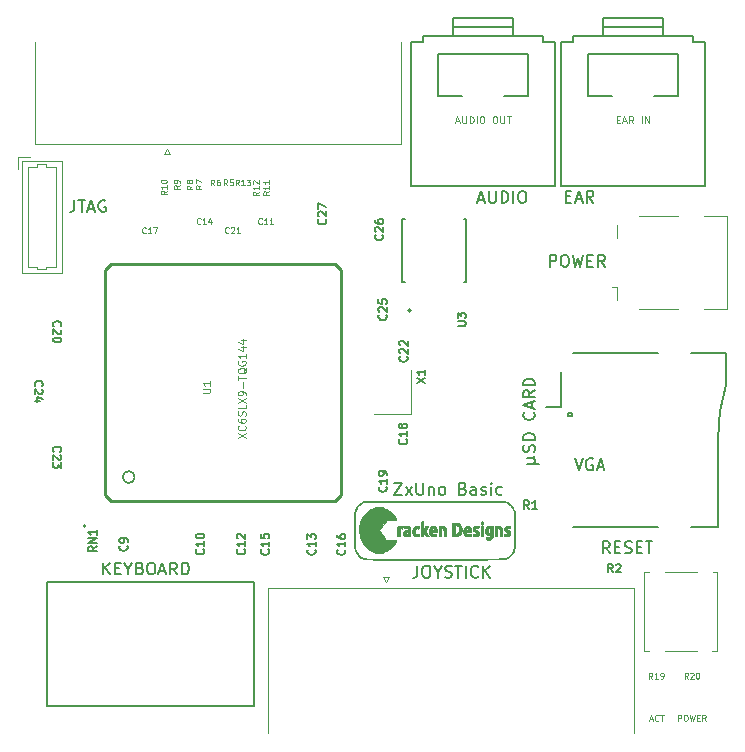
<source format=gbr>
G04 #@! TF.GenerationSoftware,KiCad,Pcbnew,5.1.1-8be2ce7~80~ubuntu18.10.1*
G04 #@! TF.CreationDate,2019-06-22T16:49:51+02:00*
G04 #@! TF.ProjectId,Spartan6,53706172-7461-46e3-962e-6b696361645f,rev?*
G04 #@! TF.SameCoordinates,Original*
G04 #@! TF.FileFunction,Legend,Top*
G04 #@! TF.FilePolarity,Positive*
%FSLAX46Y46*%
G04 Gerber Fmt 4.6, Leading zero omitted, Abs format (unit mm)*
G04 Created by KiCad (PCBNEW 5.1.1-8be2ce7~80~ubuntu18.10.1) date 2019-06-22 16:49:51*
%MOMM*%
%LPD*%
G04 APERTURE LIST*
%ADD10C,0.150000*%
%ADD11C,0.100000*%
%ADD12C,0.010000*%
%ADD13C,0.120000*%
%ADD14C,0.200000*%
%ADD15C,0.127000*%
%ADD16C,0.254000*%
%ADD17C,0.050000*%
G04 APERTURE END LIST*
D10*
X63340551Y-73765160D02*
X64007218Y-73765160D01*
X63340551Y-74765160D01*
X64007218Y-74765160D01*
X64292932Y-74765160D02*
X64816741Y-74098494D01*
X64292932Y-74098494D02*
X64816741Y-74765160D01*
X65197694Y-73765160D02*
X65197694Y-74574684D01*
X65245313Y-74669922D01*
X65292932Y-74717541D01*
X65388170Y-74765160D01*
X65578646Y-74765160D01*
X65673884Y-74717541D01*
X65721503Y-74669922D01*
X65769122Y-74574684D01*
X65769122Y-73765160D01*
X66245313Y-74098494D02*
X66245313Y-74765160D01*
X66245313Y-74193732D02*
X66292932Y-74146113D01*
X66388170Y-74098494D01*
X66531027Y-74098494D01*
X66626265Y-74146113D01*
X66673884Y-74241351D01*
X66673884Y-74765160D01*
X67292932Y-74765160D02*
X67197694Y-74717541D01*
X67150075Y-74669922D01*
X67102456Y-74574684D01*
X67102456Y-74288970D01*
X67150075Y-74193732D01*
X67197694Y-74146113D01*
X67292932Y-74098494D01*
X67435789Y-74098494D01*
X67531027Y-74146113D01*
X67578646Y-74193732D01*
X67626265Y-74288970D01*
X67626265Y-74574684D01*
X67578646Y-74669922D01*
X67531027Y-74717541D01*
X67435789Y-74765160D01*
X67292932Y-74765160D01*
X69150075Y-74241351D02*
X69292932Y-74288970D01*
X69340551Y-74336589D01*
X69388170Y-74431827D01*
X69388170Y-74574684D01*
X69340551Y-74669922D01*
X69292932Y-74717541D01*
X69197694Y-74765160D01*
X68816741Y-74765160D01*
X68816741Y-73765160D01*
X69150075Y-73765160D01*
X69245313Y-73812780D01*
X69292932Y-73860399D01*
X69340551Y-73955637D01*
X69340551Y-74050875D01*
X69292932Y-74146113D01*
X69245313Y-74193732D01*
X69150075Y-74241351D01*
X68816741Y-74241351D01*
X70245313Y-74765160D02*
X70245313Y-74241351D01*
X70197694Y-74146113D01*
X70102456Y-74098494D01*
X69911980Y-74098494D01*
X69816741Y-74146113D01*
X70245313Y-74717541D02*
X70150075Y-74765160D01*
X69911980Y-74765160D01*
X69816741Y-74717541D01*
X69769122Y-74622303D01*
X69769122Y-74527065D01*
X69816741Y-74431827D01*
X69911980Y-74384208D01*
X70150075Y-74384208D01*
X70245313Y-74336589D01*
X70673884Y-74717541D02*
X70769122Y-74765160D01*
X70959599Y-74765160D01*
X71054837Y-74717541D01*
X71102456Y-74622303D01*
X71102456Y-74574684D01*
X71054837Y-74479446D01*
X70959599Y-74431827D01*
X70816741Y-74431827D01*
X70721503Y-74384208D01*
X70673884Y-74288970D01*
X70673884Y-74241351D01*
X70721503Y-74146113D01*
X70816741Y-74098494D01*
X70959599Y-74098494D01*
X71054837Y-74146113D01*
X71531027Y-74765160D02*
X71531027Y-74098494D01*
X71531027Y-73765160D02*
X71483408Y-73812780D01*
X71531027Y-73860399D01*
X71578646Y-73812780D01*
X71531027Y-73765160D01*
X71531027Y-73860399D01*
X72435789Y-74717541D02*
X72340551Y-74765160D01*
X72150075Y-74765160D01*
X72054837Y-74717541D01*
X72007218Y-74669922D01*
X71959599Y-74574684D01*
X71959599Y-74288970D01*
X72007218Y-74193732D01*
X72054837Y-74146113D01*
X72150075Y-74098494D01*
X72340551Y-74098494D01*
X72435789Y-74146113D01*
X77843522Y-49509371D02*
X78176856Y-49509371D01*
X78319713Y-50033180D02*
X77843522Y-50033180D01*
X77843522Y-49033180D01*
X78319713Y-49033180D01*
X78700665Y-49747466D02*
X79176856Y-49747466D01*
X78605427Y-50033180D02*
X78938760Y-49033180D01*
X79272094Y-50033180D01*
X80176856Y-50033180D02*
X79843522Y-49556990D01*
X79605427Y-50033180D02*
X79605427Y-49033180D01*
X79986380Y-49033180D01*
X80081618Y-49080800D01*
X80129237Y-49128419D01*
X80176856Y-49223657D01*
X80176856Y-49366514D01*
X80129237Y-49461752D01*
X80081618Y-49509371D01*
X79986380Y-49556990D01*
X79605427Y-49556990D01*
D11*
X87348998Y-93893770D02*
X87348998Y-93393770D01*
X87539474Y-93393770D01*
X87587093Y-93417580D01*
X87610902Y-93441389D01*
X87634712Y-93489008D01*
X87634712Y-93560437D01*
X87610902Y-93608056D01*
X87587093Y-93631865D01*
X87539474Y-93655675D01*
X87348998Y-93655675D01*
X87944236Y-93393770D02*
X88039474Y-93393770D01*
X88087093Y-93417580D01*
X88134712Y-93465199D01*
X88158521Y-93560437D01*
X88158521Y-93727103D01*
X88134712Y-93822341D01*
X88087093Y-93869960D01*
X88039474Y-93893770D01*
X87944236Y-93893770D01*
X87896617Y-93869960D01*
X87848998Y-93822341D01*
X87825188Y-93727103D01*
X87825188Y-93560437D01*
X87848998Y-93465199D01*
X87896617Y-93417580D01*
X87944236Y-93393770D01*
X88325188Y-93393770D02*
X88444236Y-93893770D01*
X88539474Y-93536627D01*
X88634712Y-93893770D01*
X88753760Y-93393770D01*
X88944236Y-93631865D02*
X89110902Y-93631865D01*
X89182331Y-93893770D02*
X88944236Y-93893770D01*
X88944236Y-93393770D01*
X89182331Y-93393770D01*
X89682331Y-93893770D02*
X89515664Y-93655675D01*
X89396617Y-93893770D02*
X89396617Y-93393770D01*
X89587093Y-93393770D01*
X89634712Y-93417580D01*
X89658521Y-93441389D01*
X89682331Y-93489008D01*
X89682331Y-93560437D01*
X89658521Y-93608056D01*
X89634712Y-93631865D01*
X89587093Y-93655675D01*
X89396617Y-93655675D01*
X84959736Y-93763613D02*
X85197831Y-93763613D01*
X84912117Y-93906470D02*
X85078783Y-93406470D01*
X85245450Y-93906470D01*
X85697831Y-93858851D02*
X85674021Y-93882660D01*
X85602593Y-93906470D01*
X85554974Y-93906470D01*
X85483545Y-93882660D01*
X85435926Y-93835041D01*
X85412117Y-93787422D01*
X85388307Y-93692184D01*
X85388307Y-93620756D01*
X85412117Y-93525518D01*
X85435926Y-93477899D01*
X85483545Y-93430280D01*
X85554974Y-93406470D01*
X85602593Y-93406470D01*
X85674021Y-93430280D01*
X85697831Y-93454089D01*
X85840688Y-93406470D02*
X86126402Y-93406470D01*
X85983545Y-93906470D02*
X85983545Y-93406470D01*
D10*
X81562439Y-79718160D02*
X81229105Y-79241970D01*
X80991010Y-79718160D02*
X80991010Y-78718160D01*
X81371962Y-78718160D01*
X81467200Y-78765780D01*
X81514820Y-78813399D01*
X81562439Y-78908637D01*
X81562439Y-79051494D01*
X81514820Y-79146732D01*
X81467200Y-79194351D01*
X81371962Y-79241970D01*
X80991010Y-79241970D01*
X81991010Y-79194351D02*
X82324343Y-79194351D01*
X82467200Y-79718160D02*
X81991010Y-79718160D01*
X81991010Y-78718160D01*
X82467200Y-78718160D01*
X82848153Y-79670541D02*
X82991010Y-79718160D01*
X83229105Y-79718160D01*
X83324343Y-79670541D01*
X83371962Y-79622922D01*
X83419581Y-79527684D01*
X83419581Y-79432446D01*
X83371962Y-79337208D01*
X83324343Y-79289589D01*
X83229105Y-79241970D01*
X83038629Y-79194351D01*
X82943391Y-79146732D01*
X82895772Y-79099113D01*
X82848153Y-79003875D01*
X82848153Y-78908637D01*
X82895772Y-78813399D01*
X82943391Y-78765780D01*
X83038629Y-78718160D01*
X83276724Y-78718160D01*
X83419581Y-78765780D01*
X83848153Y-79194351D02*
X84181486Y-79194351D01*
X84324343Y-79718160D02*
X83848153Y-79718160D01*
X83848153Y-78718160D01*
X84324343Y-78718160D01*
X84610058Y-78718160D02*
X85181486Y-78718160D01*
X84895772Y-79718160D02*
X84895772Y-78718160D01*
X74570934Y-72128568D02*
X75570934Y-72128568D01*
X75094743Y-71652378D02*
X75189981Y-71604759D01*
X75237600Y-71509520D01*
X75094743Y-72128568D02*
X75189981Y-72080949D01*
X75237600Y-71985711D01*
X75237600Y-71795235D01*
X75189981Y-71699997D01*
X75094743Y-71652378D01*
X74570934Y-71652378D01*
X75189981Y-71128568D02*
X75237600Y-70985711D01*
X75237600Y-70747616D01*
X75189981Y-70652378D01*
X75142362Y-70604759D01*
X75047124Y-70557140D01*
X74951886Y-70557140D01*
X74856648Y-70604759D01*
X74809029Y-70652378D01*
X74761410Y-70747616D01*
X74713791Y-70938092D01*
X74666172Y-71033330D01*
X74618553Y-71080949D01*
X74523315Y-71128568D01*
X74428077Y-71128568D01*
X74332839Y-71080949D01*
X74285220Y-71033330D01*
X74237600Y-70938092D01*
X74237600Y-70699997D01*
X74285220Y-70557140D01*
X75237600Y-70128568D02*
X74237600Y-70128568D01*
X74237600Y-69890473D01*
X74285220Y-69747616D01*
X74380458Y-69652378D01*
X74475696Y-69604759D01*
X74666172Y-69557140D01*
X74809029Y-69557140D01*
X74999505Y-69604759D01*
X75094743Y-69652378D01*
X75189981Y-69747616D01*
X75237600Y-69890473D01*
X75237600Y-70128568D01*
X75142362Y-67795235D02*
X75189981Y-67842854D01*
X75237600Y-67985711D01*
X75237600Y-68080949D01*
X75189981Y-68223806D01*
X75094743Y-68319044D01*
X74999505Y-68366663D01*
X74809029Y-68414282D01*
X74666172Y-68414282D01*
X74475696Y-68366663D01*
X74380458Y-68319044D01*
X74285220Y-68223806D01*
X74237600Y-68080949D01*
X74237600Y-67985711D01*
X74285220Y-67842854D01*
X74332839Y-67795235D01*
X74951886Y-67414282D02*
X74951886Y-66938092D01*
X75237600Y-67509520D02*
X74237600Y-67176187D01*
X75237600Y-66842854D01*
X75237600Y-65938092D02*
X74761410Y-66271425D01*
X75237600Y-66509520D02*
X74237600Y-66509520D01*
X74237600Y-66128568D01*
X74285220Y-66033330D01*
X74332839Y-65985711D01*
X74428077Y-65938092D01*
X74570934Y-65938092D01*
X74666172Y-65985711D01*
X74713791Y-66033330D01*
X74761410Y-66128568D01*
X74761410Y-66509520D01*
X75237600Y-65509520D02*
X74237600Y-65509520D01*
X74237600Y-65271425D01*
X74285220Y-65128568D01*
X74380458Y-65033330D01*
X74475696Y-64985711D01*
X74666172Y-64938092D01*
X74809029Y-64938092D01*
X74999505Y-64985711D01*
X75094743Y-65033330D01*
X75189981Y-65128568D01*
X75237600Y-65271425D01*
X75237600Y-65509520D01*
X38693221Y-81511400D02*
X38693221Y-80511400D01*
X39264650Y-81511400D02*
X38836079Y-80939972D01*
X39264650Y-80511400D02*
X38693221Y-81082829D01*
X39693221Y-80987591D02*
X40026555Y-80987591D01*
X40169412Y-81511400D02*
X39693221Y-81511400D01*
X39693221Y-80511400D01*
X40169412Y-80511400D01*
X40788460Y-81035210D02*
X40788460Y-81511400D01*
X40455126Y-80511400D02*
X40788460Y-81035210D01*
X41121793Y-80511400D01*
X41788460Y-80987591D02*
X41931317Y-81035210D01*
X41978936Y-81082829D01*
X42026555Y-81178067D01*
X42026555Y-81320924D01*
X41978936Y-81416162D01*
X41931317Y-81463781D01*
X41836079Y-81511400D01*
X41455126Y-81511400D01*
X41455126Y-80511400D01*
X41788460Y-80511400D01*
X41883698Y-80559020D01*
X41931317Y-80606639D01*
X41978936Y-80701877D01*
X41978936Y-80797115D01*
X41931317Y-80892353D01*
X41883698Y-80939972D01*
X41788460Y-80987591D01*
X41455126Y-80987591D01*
X42645602Y-80511400D02*
X42836079Y-80511400D01*
X42931317Y-80559020D01*
X43026555Y-80654258D01*
X43074174Y-80844734D01*
X43074174Y-81178067D01*
X43026555Y-81368543D01*
X42931317Y-81463781D01*
X42836079Y-81511400D01*
X42645602Y-81511400D01*
X42550364Y-81463781D01*
X42455126Y-81368543D01*
X42407507Y-81178067D01*
X42407507Y-80844734D01*
X42455126Y-80654258D01*
X42550364Y-80559020D01*
X42645602Y-80511400D01*
X43455126Y-81225686D02*
X43931317Y-81225686D01*
X43359888Y-81511400D02*
X43693221Y-80511400D01*
X44026555Y-81511400D01*
X44931317Y-81511400D02*
X44597983Y-81035210D01*
X44359888Y-81511400D02*
X44359888Y-80511400D01*
X44740840Y-80511400D01*
X44836079Y-80559020D01*
X44883698Y-80606639D01*
X44931317Y-80701877D01*
X44931317Y-80844734D01*
X44883698Y-80939972D01*
X44836079Y-80987591D01*
X44740840Y-81035210D01*
X44359888Y-81035210D01*
X45359888Y-81511400D02*
X45359888Y-80511400D01*
X45597983Y-80511400D01*
X45740840Y-80559020D01*
X45836079Y-80654258D01*
X45883698Y-80749496D01*
X45931317Y-80939972D01*
X45931317Y-81082829D01*
X45883698Y-81273305D01*
X45836079Y-81368543D01*
X45740840Y-81463781D01*
X45597983Y-81511400D01*
X45359888Y-81511400D01*
X76476196Y-55461160D02*
X76476196Y-54461160D01*
X76857148Y-54461160D01*
X76952386Y-54508780D01*
X77000005Y-54556399D01*
X77047624Y-54651637D01*
X77047624Y-54794494D01*
X77000005Y-54889732D01*
X76952386Y-54937351D01*
X76857148Y-54984970D01*
X76476196Y-54984970D01*
X77666672Y-54461160D02*
X77857148Y-54461160D01*
X77952386Y-54508780D01*
X78047624Y-54604018D01*
X78095243Y-54794494D01*
X78095243Y-55127827D01*
X78047624Y-55318303D01*
X77952386Y-55413541D01*
X77857148Y-55461160D01*
X77666672Y-55461160D01*
X77571434Y-55413541D01*
X77476196Y-55318303D01*
X77428577Y-55127827D01*
X77428577Y-54794494D01*
X77476196Y-54604018D01*
X77571434Y-54508780D01*
X77666672Y-54461160D01*
X78428577Y-54461160D02*
X78666672Y-55461160D01*
X78857148Y-54746875D01*
X79047624Y-55461160D01*
X79285720Y-54461160D01*
X79666672Y-54937351D02*
X80000005Y-54937351D01*
X80142862Y-55461160D02*
X79666672Y-55461160D01*
X79666672Y-54461160D01*
X80142862Y-54461160D01*
X81142862Y-55461160D02*
X80809529Y-54984970D01*
X80571434Y-55461160D02*
X80571434Y-54461160D01*
X80952386Y-54461160D01*
X81047624Y-54508780D01*
X81095243Y-54556399D01*
X81142862Y-54651637D01*
X81142862Y-54794494D01*
X81095243Y-54889732D01*
X81047624Y-54937351D01*
X80952386Y-54984970D01*
X80571434Y-54984970D01*
X65281538Y-80773020D02*
X65281538Y-81487306D01*
X65233919Y-81630163D01*
X65138680Y-81725401D01*
X64995823Y-81773020D01*
X64900585Y-81773020D01*
X65948204Y-80773020D02*
X66138680Y-80773020D01*
X66233919Y-80820640D01*
X66329157Y-80915878D01*
X66376776Y-81106354D01*
X66376776Y-81439687D01*
X66329157Y-81630163D01*
X66233919Y-81725401D01*
X66138680Y-81773020D01*
X65948204Y-81773020D01*
X65852966Y-81725401D01*
X65757728Y-81630163D01*
X65710109Y-81439687D01*
X65710109Y-81106354D01*
X65757728Y-80915878D01*
X65852966Y-80820640D01*
X65948204Y-80773020D01*
X66995823Y-81296830D02*
X66995823Y-81773020D01*
X66662490Y-80773020D02*
X66995823Y-81296830D01*
X67329157Y-80773020D01*
X67614871Y-81725401D02*
X67757728Y-81773020D01*
X67995823Y-81773020D01*
X68091061Y-81725401D01*
X68138680Y-81677782D01*
X68186300Y-81582544D01*
X68186300Y-81487306D01*
X68138680Y-81392068D01*
X68091061Y-81344449D01*
X67995823Y-81296830D01*
X67805347Y-81249211D01*
X67710109Y-81201592D01*
X67662490Y-81153973D01*
X67614871Y-81058735D01*
X67614871Y-80963497D01*
X67662490Y-80868259D01*
X67710109Y-80820640D01*
X67805347Y-80773020D01*
X68043442Y-80773020D01*
X68186300Y-80820640D01*
X68472014Y-80773020D02*
X69043442Y-80773020D01*
X68757728Y-81773020D02*
X68757728Y-80773020D01*
X69376776Y-81773020D02*
X69376776Y-80773020D01*
X70424395Y-81677782D02*
X70376776Y-81725401D01*
X70233919Y-81773020D01*
X70138680Y-81773020D01*
X69995823Y-81725401D01*
X69900585Y-81630163D01*
X69852966Y-81534925D01*
X69805347Y-81344449D01*
X69805347Y-81201592D01*
X69852966Y-81011116D01*
X69900585Y-80915878D01*
X69995823Y-80820640D01*
X70138680Y-80773020D01*
X70233919Y-80773020D01*
X70376776Y-80820640D01*
X70424395Y-80868259D01*
X70852966Y-81773020D02*
X70852966Y-80773020D01*
X71424395Y-81773020D02*
X70995823Y-81201592D01*
X71424395Y-80773020D02*
X70852966Y-81344449D01*
X70452550Y-49772866D02*
X70928740Y-49772866D01*
X70357312Y-50058580D02*
X70690645Y-49058580D01*
X71023979Y-50058580D01*
X71357312Y-49058580D02*
X71357312Y-49868104D01*
X71404931Y-49963342D01*
X71452550Y-50010961D01*
X71547788Y-50058580D01*
X71738264Y-50058580D01*
X71833502Y-50010961D01*
X71881121Y-49963342D01*
X71928740Y-49868104D01*
X71928740Y-49058580D01*
X72404931Y-50058580D02*
X72404931Y-49058580D01*
X72643026Y-49058580D01*
X72785883Y-49106200D01*
X72881121Y-49201438D01*
X72928740Y-49296676D01*
X72976360Y-49487152D01*
X72976360Y-49630009D01*
X72928740Y-49820485D01*
X72881121Y-49915723D01*
X72785883Y-50010961D01*
X72643026Y-50058580D01*
X72404931Y-50058580D01*
X73404931Y-50058580D02*
X73404931Y-49058580D01*
X74071598Y-49058580D02*
X74262074Y-49058580D01*
X74357312Y-49106200D01*
X74452550Y-49201438D01*
X74500169Y-49391914D01*
X74500169Y-49725247D01*
X74452550Y-49915723D01*
X74357312Y-50010961D01*
X74262074Y-50058580D01*
X74071598Y-50058580D01*
X73976360Y-50010961D01*
X73881121Y-49915723D01*
X73833502Y-49725247D01*
X73833502Y-49391914D01*
X73881121Y-49201438D01*
X73976360Y-49106200D01*
X74071598Y-49058580D01*
X36232293Y-49820580D02*
X36232293Y-50534866D01*
X36184674Y-50677723D01*
X36089436Y-50772961D01*
X35946579Y-50820580D01*
X35851340Y-50820580D01*
X36565626Y-49820580D02*
X37137055Y-49820580D01*
X36851340Y-50820580D02*
X36851340Y-49820580D01*
X37422769Y-50534866D02*
X37898960Y-50534866D01*
X37327531Y-50820580D02*
X37660864Y-49820580D01*
X37994198Y-50820580D01*
X38851340Y-49868200D02*
X38756102Y-49820580D01*
X38613245Y-49820580D01*
X38470388Y-49868200D01*
X38375150Y-49963438D01*
X38327531Y-50058676D01*
X38279912Y-50249152D01*
X38279912Y-50392009D01*
X38327531Y-50582485D01*
X38375150Y-50677723D01*
X38470388Y-50772961D01*
X38613245Y-50820580D01*
X38708483Y-50820580D01*
X38851340Y-50772961D01*
X38898960Y-50725342D01*
X38898960Y-50392009D01*
X38708483Y-50392009D01*
X78595695Y-71689980D02*
X78929028Y-72689980D01*
X79262361Y-71689980D01*
X80119504Y-71737600D02*
X80024266Y-71689980D01*
X79881409Y-71689980D01*
X79738552Y-71737600D01*
X79643314Y-71832838D01*
X79595695Y-71928076D01*
X79548076Y-72118552D01*
X79548076Y-72261409D01*
X79595695Y-72451885D01*
X79643314Y-72547123D01*
X79738552Y-72642361D01*
X79881409Y-72689980D01*
X79976647Y-72689980D01*
X80119504Y-72642361D01*
X80167123Y-72594742D01*
X80167123Y-72261409D01*
X79976647Y-72261409D01*
X80548076Y-72404266D02*
X81024266Y-72404266D01*
X80452838Y-72689980D02*
X80786171Y-71689980D01*
X81119504Y-72689980D01*
D12*
G36*
X67110053Y-75280521D02*
G01*
X67471821Y-75280525D01*
X67817405Y-75280535D01*
X68147181Y-75280550D01*
X68461524Y-75280571D01*
X68760808Y-75280601D01*
X69045409Y-75280640D01*
X69315701Y-75280690D01*
X69572061Y-75280751D01*
X69814862Y-75280824D01*
X70044479Y-75280912D01*
X70261288Y-75281015D01*
X70465664Y-75281133D01*
X70657981Y-75281270D01*
X70838615Y-75281424D01*
X71007941Y-75281599D01*
X71166333Y-75281794D01*
X71314167Y-75282011D01*
X71451817Y-75282252D01*
X71579659Y-75282517D01*
X71698068Y-75282807D01*
X71807418Y-75283124D01*
X71908085Y-75283470D01*
X72000443Y-75283844D01*
X72084868Y-75284248D01*
X72161734Y-75284683D01*
X72231417Y-75285152D01*
X72294292Y-75285653D01*
X72350733Y-75286190D01*
X72401116Y-75286763D01*
X72445815Y-75287373D01*
X72485206Y-75288021D01*
X72519664Y-75288709D01*
X72549562Y-75289437D01*
X72575278Y-75290208D01*
X72597185Y-75291021D01*
X72615658Y-75291879D01*
X72631074Y-75292782D01*
X72643805Y-75293731D01*
X72654228Y-75294729D01*
X72662718Y-75295775D01*
X72669649Y-75296871D01*
X72675397Y-75298018D01*
X72679560Y-75299016D01*
X72813673Y-75343329D01*
X72938940Y-75404611D01*
X73054652Y-75482010D01*
X73160097Y-75574673D01*
X73254567Y-75681749D01*
X73337349Y-75802385D01*
X73407736Y-75935728D01*
X73465015Y-76080927D01*
X73508478Y-76237129D01*
X73523513Y-76311760D01*
X73525712Y-76324956D01*
X73527692Y-76339354D01*
X73529464Y-76356030D01*
X73531041Y-76376059D01*
X73532433Y-76400515D01*
X73533652Y-76430475D01*
X73534709Y-76467012D01*
X73535615Y-76511203D01*
X73536383Y-76564122D01*
X73537023Y-76626844D01*
X73537547Y-76700445D01*
X73537966Y-76786000D01*
X73538292Y-76884583D01*
X73538536Y-76997271D01*
X73538710Y-77125138D01*
X73538824Y-77269259D01*
X73538891Y-77430709D01*
X73538921Y-77610564D01*
X73538927Y-77764640D01*
X73538917Y-77959627D01*
X73538880Y-78135370D01*
X73538804Y-78292944D01*
X73538677Y-78433422D01*
X73538489Y-78557882D01*
X73538229Y-78667397D01*
X73537883Y-78763042D01*
X73537442Y-78845894D01*
X73536894Y-78917027D01*
X73536227Y-78977516D01*
X73535430Y-79028437D01*
X73534491Y-79070864D01*
X73533400Y-79105873D01*
X73532144Y-79134538D01*
X73530713Y-79157936D01*
X73529094Y-79177140D01*
X73527277Y-79193227D01*
X73525251Y-79207271D01*
X73523513Y-79217520D01*
X73486593Y-79378932D01*
X73435420Y-79529659D01*
X73370151Y-79669348D01*
X73290946Y-79797643D01*
X73229665Y-79877645D01*
X73132175Y-79981321D01*
X73025501Y-80069074D01*
X72908765Y-80141474D01*
X72781091Y-80199092D01*
X72688027Y-80229990D01*
X72683491Y-80231173D01*
X72678003Y-80232305D01*
X72671188Y-80233386D01*
X72662671Y-80234418D01*
X72652077Y-80235403D01*
X72639032Y-80236341D01*
X72623161Y-80237234D01*
X72604090Y-80238083D01*
X72581443Y-80238890D01*
X72554846Y-80239655D01*
X72523924Y-80240380D01*
X72488303Y-80241066D01*
X72447607Y-80241715D01*
X72401463Y-80242327D01*
X72349495Y-80242905D01*
X72291329Y-80243449D01*
X72226590Y-80243960D01*
X72154903Y-80244440D01*
X72075894Y-80244890D01*
X71989187Y-80245312D01*
X71894409Y-80245707D01*
X71791185Y-80246075D01*
X71679139Y-80246418D01*
X71557897Y-80246738D01*
X71427085Y-80247036D01*
X71286327Y-80247313D01*
X71135249Y-80247570D01*
X70973477Y-80247808D01*
X70800635Y-80248029D01*
X70616349Y-80248235D01*
X70420244Y-80248426D01*
X70211945Y-80248603D01*
X69991079Y-80248769D01*
X69757269Y-80248923D01*
X69510142Y-80249068D01*
X69249322Y-80249205D01*
X68974436Y-80249335D01*
X68685107Y-80249459D01*
X68380962Y-80249579D01*
X68061626Y-80249695D01*
X67726724Y-80249810D01*
X67375882Y-80249924D01*
X67008724Y-80250039D01*
X66761360Y-80250114D01*
X66371431Y-80250226D01*
X65998104Y-80250320D01*
X65641052Y-80250396D01*
X65299943Y-80250453D01*
X64974448Y-80250490D01*
X64664238Y-80250507D01*
X64368981Y-80250503D01*
X64088349Y-80250478D01*
X63822012Y-80250431D01*
X63569639Y-80250361D01*
X63330901Y-80250267D01*
X63105469Y-80250150D01*
X62893011Y-80250008D01*
X62693199Y-80249841D01*
X62505702Y-80249648D01*
X62330191Y-80249429D01*
X62166336Y-80249182D01*
X62013806Y-80248908D01*
X61872273Y-80248606D01*
X61741406Y-80248275D01*
X61620876Y-80247914D01*
X61510352Y-80247523D01*
X61409505Y-80247101D01*
X61318005Y-80246647D01*
X61235521Y-80246162D01*
X61161726Y-80245644D01*
X61096287Y-80245093D01*
X61038876Y-80244507D01*
X60989163Y-80243887D01*
X60946817Y-80243232D01*
X60911510Y-80242541D01*
X60882910Y-80241814D01*
X60860689Y-80241050D01*
X60844516Y-80240248D01*
X60834062Y-80239408D01*
X60830460Y-80238897D01*
X60698016Y-80203682D01*
X60572560Y-80150716D01*
X60455078Y-80080992D01*
X60346554Y-79995502D01*
X60247973Y-79895239D01*
X60160321Y-79781194D01*
X60084582Y-79654362D01*
X60021742Y-79515733D01*
X59975996Y-79378010D01*
X59968849Y-79352664D01*
X59962395Y-79329791D01*
X59956598Y-79308288D01*
X59951424Y-79287051D01*
X59946836Y-79264979D01*
X59942799Y-79240966D01*
X59939280Y-79213911D01*
X59936241Y-79182709D01*
X59933649Y-79146259D01*
X59931467Y-79103455D01*
X59929661Y-79053196D01*
X59928196Y-78994378D01*
X59927035Y-78925898D01*
X59926145Y-78846652D01*
X59925490Y-78755537D01*
X59925035Y-78651451D01*
X59924744Y-78533289D01*
X59924582Y-78399949D01*
X59924514Y-78250327D01*
X59924506Y-78083321D01*
X59924521Y-77897826D01*
X59924524Y-77811283D01*
X59990963Y-77811283D01*
X59991076Y-77961367D01*
X59991328Y-78109507D01*
X59991719Y-78254219D01*
X59992249Y-78394019D01*
X59992919Y-78527422D01*
X59993727Y-78652945D01*
X59994675Y-78769102D01*
X59995762Y-78874411D01*
X59996988Y-78967386D01*
X59998354Y-79046543D01*
X59999858Y-79110399D01*
X60001502Y-79157468D01*
X60003285Y-79186268D01*
X60004000Y-79192120D01*
X60037319Y-79345562D01*
X60084947Y-79488260D01*
X60147134Y-79620795D01*
X60224130Y-79743748D01*
X60263100Y-79795385D01*
X60360598Y-79904389D01*
X60464570Y-79994681D01*
X60575440Y-80066523D01*
X60693629Y-80120180D01*
X60819558Y-80155917D01*
X60847564Y-80161263D01*
X60858815Y-80161757D01*
X60886597Y-80162238D01*
X60930509Y-80162705D01*
X60990148Y-80163158D01*
X61065112Y-80163597D01*
X61154999Y-80164021D01*
X61259408Y-80164430D01*
X61377936Y-80164823D01*
X61510181Y-80165199D01*
X61655741Y-80165559D01*
X61814214Y-80165901D01*
X61985198Y-80166226D01*
X62168292Y-80166532D01*
X62363092Y-80166820D01*
X62569198Y-80167088D01*
X62786207Y-80167336D01*
X63013717Y-80167564D01*
X63251325Y-80167772D01*
X63498631Y-80167958D01*
X63755232Y-80168122D01*
X64020725Y-80168264D01*
X64294710Y-80168384D01*
X64576784Y-80168480D01*
X64866544Y-80168553D01*
X65163589Y-80168601D01*
X65467518Y-80168625D01*
X65777927Y-80168623D01*
X66094415Y-80168596D01*
X66416579Y-80168543D01*
X66744019Y-80168463D01*
X66761360Y-80168458D01*
X67139797Y-80168348D01*
X67501674Y-80168238D01*
X67847363Y-80168126D01*
X68177239Y-80168013D01*
X68491672Y-80167896D01*
X68791038Y-80167775D01*
X69075708Y-80167647D01*
X69346056Y-80167513D01*
X69602454Y-80167370D01*
X69845276Y-80167218D01*
X70074895Y-80167055D01*
X70291683Y-80166881D01*
X70496014Y-80166693D01*
X70688260Y-80166491D01*
X70868796Y-80166274D01*
X71037993Y-80166040D01*
X71196224Y-80165788D01*
X71343863Y-80165517D01*
X71481283Y-80165225D01*
X71608856Y-80164913D01*
X71726956Y-80164577D01*
X71835956Y-80164218D01*
X71936228Y-80163833D01*
X72028146Y-80163423D01*
X72112083Y-80162984D01*
X72188411Y-80162517D01*
X72257504Y-80162021D01*
X72319734Y-80161493D01*
X72375475Y-80160932D01*
X72425100Y-80160338D01*
X72468981Y-80159710D01*
X72507492Y-80159045D01*
X72541005Y-80158344D01*
X72569894Y-80157604D01*
X72594532Y-80156824D01*
X72615291Y-80156004D01*
X72632545Y-80155142D01*
X72646666Y-80154236D01*
X72658028Y-80153287D01*
X72667004Y-80152291D01*
X72673966Y-80151249D01*
X72679288Y-80150159D01*
X72682305Y-80149346D01*
X72793173Y-80110752D01*
X72891130Y-80064900D01*
X72979697Y-80009440D01*
X73062397Y-79942024D01*
X73142748Y-79860304D01*
X73179618Y-79817589D01*
X73256797Y-79716816D01*
X73319587Y-79615950D01*
X73370186Y-79510802D01*
X73410789Y-79397178D01*
X73423954Y-79351279D01*
X73430552Y-79327060D01*
X73436506Y-79305025D01*
X73441849Y-79284067D01*
X73446614Y-79263077D01*
X73450835Y-79240947D01*
X73454544Y-79216569D01*
X73457774Y-79188835D01*
X73460558Y-79156637D01*
X73462929Y-79118866D01*
X73464921Y-79074415D01*
X73466565Y-79022175D01*
X73467896Y-78961038D01*
X73468946Y-78889897D01*
X73469748Y-78807643D01*
X73470336Y-78713168D01*
X73470741Y-78605363D01*
X73470997Y-78483122D01*
X73471138Y-78345335D01*
X73471196Y-78190894D01*
X73471204Y-78018692D01*
X73471195Y-77827620D01*
X73471193Y-77764640D01*
X73471201Y-77567518D01*
X73471202Y-77389607D01*
X73471163Y-77229801D01*
X73471052Y-77086990D01*
X73470834Y-76960067D01*
X73470479Y-76847923D01*
X73469951Y-76749451D01*
X73469219Y-76663541D01*
X73468249Y-76589087D01*
X73467008Y-76524980D01*
X73465464Y-76470111D01*
X73463583Y-76423374D01*
X73461332Y-76383658D01*
X73458679Y-76349858D01*
X73455590Y-76320864D01*
X73452033Y-76295568D01*
X73447974Y-76272862D01*
X73443380Y-76251638D01*
X73438219Y-76230788D01*
X73432457Y-76209204D01*
X73426062Y-76185778D01*
X73423954Y-76178000D01*
X73386548Y-76060092D01*
X73339976Y-75952241D01*
X73282040Y-75850253D01*
X73210544Y-75749937D01*
X73179618Y-75711690D01*
X73084823Y-75609197D01*
X72986237Y-75525504D01*
X72881638Y-75459180D01*
X72768804Y-75408791D01*
X72658393Y-75375887D01*
X72645853Y-75374914D01*
X72616908Y-75373971D01*
X72572087Y-75373059D01*
X72511918Y-75372177D01*
X72436930Y-75371327D01*
X72347651Y-75370508D01*
X72244611Y-75369719D01*
X72128337Y-75368961D01*
X71999358Y-75368235D01*
X71858203Y-75367539D01*
X71705400Y-75366874D01*
X71541477Y-75366240D01*
X71366964Y-75365636D01*
X71182389Y-75365064D01*
X70988281Y-75364522D01*
X70785167Y-75364012D01*
X70573577Y-75363532D01*
X70354039Y-75363083D01*
X70127081Y-75362665D01*
X69893233Y-75362278D01*
X69653022Y-75361922D01*
X69406978Y-75361596D01*
X69155628Y-75361302D01*
X68899502Y-75361038D01*
X68639128Y-75360806D01*
X68375035Y-75360604D01*
X68107750Y-75360433D01*
X67837803Y-75360293D01*
X67565722Y-75360183D01*
X67292036Y-75360105D01*
X67017273Y-75360058D01*
X66741962Y-75360041D01*
X66466631Y-75360055D01*
X66191809Y-75360100D01*
X65918025Y-75360176D01*
X65645807Y-75360283D01*
X65375683Y-75360421D01*
X65108182Y-75360590D01*
X64843833Y-75360789D01*
X64583164Y-75361020D01*
X64326704Y-75361281D01*
X64074982Y-75361573D01*
X63828525Y-75361896D01*
X63587862Y-75362250D01*
X63353523Y-75362635D01*
X63126035Y-75363051D01*
X62905927Y-75363498D01*
X62693728Y-75363975D01*
X62489966Y-75364483D01*
X62295170Y-75365023D01*
X62109868Y-75365593D01*
X61934589Y-75366194D01*
X61769862Y-75366826D01*
X61616214Y-75367488D01*
X61474175Y-75368182D01*
X61344273Y-75368906D01*
X61227036Y-75369662D01*
X61122994Y-75370448D01*
X61032674Y-75371265D01*
X60956606Y-75372113D01*
X60895317Y-75372992D01*
X60849337Y-75373902D01*
X60819194Y-75374842D01*
X60805416Y-75375814D01*
X60805060Y-75375887D01*
X60682914Y-75413161D01*
X60571004Y-75465081D01*
X60467108Y-75533080D01*
X60369002Y-75618591D01*
X60283835Y-75711690D01*
X60198424Y-75825445D01*
X60128681Y-75943747D01*
X60073410Y-76069266D01*
X60031420Y-76204667D01*
X60004000Y-76337160D01*
X60002164Y-76358615D01*
X60000467Y-76398906D01*
X59998910Y-76456548D01*
X59997491Y-76530057D01*
X59996212Y-76617948D01*
X59995072Y-76718737D01*
X59994072Y-76830940D01*
X59993210Y-76953074D01*
X59992487Y-77083652D01*
X59991904Y-77221193D01*
X59991460Y-77364210D01*
X59991155Y-77511220D01*
X59990990Y-77660739D01*
X59990963Y-77811283D01*
X59924524Y-77811283D01*
X59924527Y-77764640D01*
X59924537Y-77569652D01*
X59924574Y-77393909D01*
X59924650Y-77236335D01*
X59924776Y-77095857D01*
X59924964Y-76971397D01*
X59925225Y-76861882D01*
X59925570Y-76766237D01*
X59926012Y-76683385D01*
X59926560Y-76612252D01*
X59927227Y-76551763D01*
X59928024Y-76500842D01*
X59928963Y-76458415D01*
X59930054Y-76423406D01*
X59931310Y-76394741D01*
X59932741Y-76371343D01*
X59934359Y-76352139D01*
X59936176Y-76336052D01*
X59938203Y-76322008D01*
X59939940Y-76311760D01*
X59976868Y-76150824D01*
X60027937Y-76000503D01*
X60092436Y-75861650D01*
X60169655Y-75735115D01*
X60258885Y-75621752D01*
X60359415Y-75522412D01*
X60470534Y-75437949D01*
X60591533Y-75369213D01*
X60721701Y-75317059D01*
X60783894Y-75299016D01*
X60788940Y-75297825D01*
X60794858Y-75296686D01*
X60802020Y-75295598D01*
X60810803Y-75294561D01*
X60821582Y-75293571D01*
X60834731Y-75292630D01*
X60850625Y-75291734D01*
X60869640Y-75290884D01*
X60892150Y-75290078D01*
X60918530Y-75289314D01*
X60949156Y-75288593D01*
X60984402Y-75287911D01*
X61024644Y-75287269D01*
X61070256Y-75286666D01*
X61121613Y-75286099D01*
X61179091Y-75285568D01*
X61243064Y-75285072D01*
X61313907Y-75284609D01*
X61391996Y-75284179D01*
X61477705Y-75283780D01*
X61571410Y-75283411D01*
X61673484Y-75283070D01*
X61784305Y-75282758D01*
X61904245Y-75282471D01*
X62033681Y-75282211D01*
X62172987Y-75281974D01*
X62322538Y-75281760D01*
X62482710Y-75281569D01*
X62653877Y-75281398D01*
X62836415Y-75281246D01*
X63030698Y-75281113D01*
X63237101Y-75280997D01*
X63455999Y-75280897D01*
X63687768Y-75280811D01*
X63932782Y-75280740D01*
X64191416Y-75280681D01*
X64464045Y-75280633D01*
X64751045Y-75280596D01*
X65052790Y-75280567D01*
X65369656Y-75280547D01*
X65702016Y-75280533D01*
X66050247Y-75280524D01*
X66414723Y-75280520D01*
X66731727Y-75280520D01*
X67110053Y-75280521D01*
X67110053Y-75280521D01*
G37*
X67110053Y-75280521D02*
X67471821Y-75280525D01*
X67817405Y-75280535D01*
X68147181Y-75280550D01*
X68461524Y-75280571D01*
X68760808Y-75280601D01*
X69045409Y-75280640D01*
X69315701Y-75280690D01*
X69572061Y-75280751D01*
X69814862Y-75280824D01*
X70044479Y-75280912D01*
X70261288Y-75281015D01*
X70465664Y-75281133D01*
X70657981Y-75281270D01*
X70838615Y-75281424D01*
X71007941Y-75281599D01*
X71166333Y-75281794D01*
X71314167Y-75282011D01*
X71451817Y-75282252D01*
X71579659Y-75282517D01*
X71698068Y-75282807D01*
X71807418Y-75283124D01*
X71908085Y-75283470D01*
X72000443Y-75283844D01*
X72084868Y-75284248D01*
X72161734Y-75284683D01*
X72231417Y-75285152D01*
X72294292Y-75285653D01*
X72350733Y-75286190D01*
X72401116Y-75286763D01*
X72445815Y-75287373D01*
X72485206Y-75288021D01*
X72519664Y-75288709D01*
X72549562Y-75289437D01*
X72575278Y-75290208D01*
X72597185Y-75291021D01*
X72615658Y-75291879D01*
X72631074Y-75292782D01*
X72643805Y-75293731D01*
X72654228Y-75294729D01*
X72662718Y-75295775D01*
X72669649Y-75296871D01*
X72675397Y-75298018D01*
X72679560Y-75299016D01*
X72813673Y-75343329D01*
X72938940Y-75404611D01*
X73054652Y-75482010D01*
X73160097Y-75574673D01*
X73254567Y-75681749D01*
X73337349Y-75802385D01*
X73407736Y-75935728D01*
X73465015Y-76080927D01*
X73508478Y-76237129D01*
X73523513Y-76311760D01*
X73525712Y-76324956D01*
X73527692Y-76339354D01*
X73529464Y-76356030D01*
X73531041Y-76376059D01*
X73532433Y-76400515D01*
X73533652Y-76430475D01*
X73534709Y-76467012D01*
X73535615Y-76511203D01*
X73536383Y-76564122D01*
X73537023Y-76626844D01*
X73537547Y-76700445D01*
X73537966Y-76786000D01*
X73538292Y-76884583D01*
X73538536Y-76997271D01*
X73538710Y-77125138D01*
X73538824Y-77269259D01*
X73538891Y-77430709D01*
X73538921Y-77610564D01*
X73538927Y-77764640D01*
X73538917Y-77959627D01*
X73538880Y-78135370D01*
X73538804Y-78292944D01*
X73538677Y-78433422D01*
X73538489Y-78557882D01*
X73538229Y-78667397D01*
X73537883Y-78763042D01*
X73537442Y-78845894D01*
X73536894Y-78917027D01*
X73536227Y-78977516D01*
X73535430Y-79028437D01*
X73534491Y-79070864D01*
X73533400Y-79105873D01*
X73532144Y-79134538D01*
X73530713Y-79157936D01*
X73529094Y-79177140D01*
X73527277Y-79193227D01*
X73525251Y-79207271D01*
X73523513Y-79217520D01*
X73486593Y-79378932D01*
X73435420Y-79529659D01*
X73370151Y-79669348D01*
X73290946Y-79797643D01*
X73229665Y-79877645D01*
X73132175Y-79981321D01*
X73025501Y-80069074D01*
X72908765Y-80141474D01*
X72781091Y-80199092D01*
X72688027Y-80229990D01*
X72683491Y-80231173D01*
X72678003Y-80232305D01*
X72671188Y-80233386D01*
X72662671Y-80234418D01*
X72652077Y-80235403D01*
X72639032Y-80236341D01*
X72623161Y-80237234D01*
X72604090Y-80238083D01*
X72581443Y-80238890D01*
X72554846Y-80239655D01*
X72523924Y-80240380D01*
X72488303Y-80241066D01*
X72447607Y-80241715D01*
X72401463Y-80242327D01*
X72349495Y-80242905D01*
X72291329Y-80243449D01*
X72226590Y-80243960D01*
X72154903Y-80244440D01*
X72075894Y-80244890D01*
X71989187Y-80245312D01*
X71894409Y-80245707D01*
X71791185Y-80246075D01*
X71679139Y-80246418D01*
X71557897Y-80246738D01*
X71427085Y-80247036D01*
X71286327Y-80247313D01*
X71135249Y-80247570D01*
X70973477Y-80247808D01*
X70800635Y-80248029D01*
X70616349Y-80248235D01*
X70420244Y-80248426D01*
X70211945Y-80248603D01*
X69991079Y-80248769D01*
X69757269Y-80248923D01*
X69510142Y-80249068D01*
X69249322Y-80249205D01*
X68974436Y-80249335D01*
X68685107Y-80249459D01*
X68380962Y-80249579D01*
X68061626Y-80249695D01*
X67726724Y-80249810D01*
X67375882Y-80249924D01*
X67008724Y-80250039D01*
X66761360Y-80250114D01*
X66371431Y-80250226D01*
X65998104Y-80250320D01*
X65641052Y-80250396D01*
X65299943Y-80250453D01*
X64974448Y-80250490D01*
X64664238Y-80250507D01*
X64368981Y-80250503D01*
X64088349Y-80250478D01*
X63822012Y-80250431D01*
X63569639Y-80250361D01*
X63330901Y-80250267D01*
X63105469Y-80250150D01*
X62893011Y-80250008D01*
X62693199Y-80249841D01*
X62505702Y-80249648D01*
X62330191Y-80249429D01*
X62166336Y-80249182D01*
X62013806Y-80248908D01*
X61872273Y-80248606D01*
X61741406Y-80248275D01*
X61620876Y-80247914D01*
X61510352Y-80247523D01*
X61409505Y-80247101D01*
X61318005Y-80246647D01*
X61235521Y-80246162D01*
X61161726Y-80245644D01*
X61096287Y-80245093D01*
X61038876Y-80244507D01*
X60989163Y-80243887D01*
X60946817Y-80243232D01*
X60911510Y-80242541D01*
X60882910Y-80241814D01*
X60860689Y-80241050D01*
X60844516Y-80240248D01*
X60834062Y-80239408D01*
X60830460Y-80238897D01*
X60698016Y-80203682D01*
X60572560Y-80150716D01*
X60455078Y-80080992D01*
X60346554Y-79995502D01*
X60247973Y-79895239D01*
X60160321Y-79781194D01*
X60084582Y-79654362D01*
X60021742Y-79515733D01*
X59975996Y-79378010D01*
X59968849Y-79352664D01*
X59962395Y-79329791D01*
X59956598Y-79308288D01*
X59951424Y-79287051D01*
X59946836Y-79264979D01*
X59942799Y-79240966D01*
X59939280Y-79213911D01*
X59936241Y-79182709D01*
X59933649Y-79146259D01*
X59931467Y-79103455D01*
X59929661Y-79053196D01*
X59928196Y-78994378D01*
X59927035Y-78925898D01*
X59926145Y-78846652D01*
X59925490Y-78755537D01*
X59925035Y-78651451D01*
X59924744Y-78533289D01*
X59924582Y-78399949D01*
X59924514Y-78250327D01*
X59924506Y-78083321D01*
X59924521Y-77897826D01*
X59924524Y-77811283D01*
X59990963Y-77811283D01*
X59991076Y-77961367D01*
X59991328Y-78109507D01*
X59991719Y-78254219D01*
X59992249Y-78394019D01*
X59992919Y-78527422D01*
X59993727Y-78652945D01*
X59994675Y-78769102D01*
X59995762Y-78874411D01*
X59996988Y-78967386D01*
X59998354Y-79046543D01*
X59999858Y-79110399D01*
X60001502Y-79157468D01*
X60003285Y-79186268D01*
X60004000Y-79192120D01*
X60037319Y-79345562D01*
X60084947Y-79488260D01*
X60147134Y-79620795D01*
X60224130Y-79743748D01*
X60263100Y-79795385D01*
X60360598Y-79904389D01*
X60464570Y-79994681D01*
X60575440Y-80066523D01*
X60693629Y-80120180D01*
X60819558Y-80155917D01*
X60847564Y-80161263D01*
X60858815Y-80161757D01*
X60886597Y-80162238D01*
X60930509Y-80162705D01*
X60990148Y-80163158D01*
X61065112Y-80163597D01*
X61154999Y-80164021D01*
X61259408Y-80164430D01*
X61377936Y-80164823D01*
X61510181Y-80165199D01*
X61655741Y-80165559D01*
X61814214Y-80165901D01*
X61985198Y-80166226D01*
X62168292Y-80166532D01*
X62363092Y-80166820D01*
X62569198Y-80167088D01*
X62786207Y-80167336D01*
X63013717Y-80167564D01*
X63251325Y-80167772D01*
X63498631Y-80167958D01*
X63755232Y-80168122D01*
X64020725Y-80168264D01*
X64294710Y-80168384D01*
X64576784Y-80168480D01*
X64866544Y-80168553D01*
X65163589Y-80168601D01*
X65467518Y-80168625D01*
X65777927Y-80168623D01*
X66094415Y-80168596D01*
X66416579Y-80168543D01*
X66744019Y-80168463D01*
X66761360Y-80168458D01*
X67139797Y-80168348D01*
X67501674Y-80168238D01*
X67847363Y-80168126D01*
X68177239Y-80168013D01*
X68491672Y-80167896D01*
X68791038Y-80167775D01*
X69075708Y-80167647D01*
X69346056Y-80167513D01*
X69602454Y-80167370D01*
X69845276Y-80167218D01*
X70074895Y-80167055D01*
X70291683Y-80166881D01*
X70496014Y-80166693D01*
X70688260Y-80166491D01*
X70868796Y-80166274D01*
X71037993Y-80166040D01*
X71196224Y-80165788D01*
X71343863Y-80165517D01*
X71481283Y-80165225D01*
X71608856Y-80164913D01*
X71726956Y-80164577D01*
X71835956Y-80164218D01*
X71936228Y-80163833D01*
X72028146Y-80163423D01*
X72112083Y-80162984D01*
X72188411Y-80162517D01*
X72257504Y-80162021D01*
X72319734Y-80161493D01*
X72375475Y-80160932D01*
X72425100Y-80160338D01*
X72468981Y-80159710D01*
X72507492Y-80159045D01*
X72541005Y-80158344D01*
X72569894Y-80157604D01*
X72594532Y-80156824D01*
X72615291Y-80156004D01*
X72632545Y-80155142D01*
X72646666Y-80154236D01*
X72658028Y-80153287D01*
X72667004Y-80152291D01*
X72673966Y-80151249D01*
X72679288Y-80150159D01*
X72682305Y-80149346D01*
X72793173Y-80110752D01*
X72891130Y-80064900D01*
X72979697Y-80009440D01*
X73062397Y-79942024D01*
X73142748Y-79860304D01*
X73179618Y-79817589D01*
X73256797Y-79716816D01*
X73319587Y-79615950D01*
X73370186Y-79510802D01*
X73410789Y-79397178D01*
X73423954Y-79351279D01*
X73430552Y-79327060D01*
X73436506Y-79305025D01*
X73441849Y-79284067D01*
X73446614Y-79263077D01*
X73450835Y-79240947D01*
X73454544Y-79216569D01*
X73457774Y-79188835D01*
X73460558Y-79156637D01*
X73462929Y-79118866D01*
X73464921Y-79074415D01*
X73466565Y-79022175D01*
X73467896Y-78961038D01*
X73468946Y-78889897D01*
X73469748Y-78807643D01*
X73470336Y-78713168D01*
X73470741Y-78605363D01*
X73470997Y-78483122D01*
X73471138Y-78345335D01*
X73471196Y-78190894D01*
X73471204Y-78018692D01*
X73471195Y-77827620D01*
X73471193Y-77764640D01*
X73471201Y-77567518D01*
X73471202Y-77389607D01*
X73471163Y-77229801D01*
X73471052Y-77086990D01*
X73470834Y-76960067D01*
X73470479Y-76847923D01*
X73469951Y-76749451D01*
X73469219Y-76663541D01*
X73468249Y-76589087D01*
X73467008Y-76524980D01*
X73465464Y-76470111D01*
X73463583Y-76423374D01*
X73461332Y-76383658D01*
X73458679Y-76349858D01*
X73455590Y-76320864D01*
X73452033Y-76295568D01*
X73447974Y-76272862D01*
X73443380Y-76251638D01*
X73438219Y-76230788D01*
X73432457Y-76209204D01*
X73426062Y-76185778D01*
X73423954Y-76178000D01*
X73386548Y-76060092D01*
X73339976Y-75952241D01*
X73282040Y-75850253D01*
X73210544Y-75749937D01*
X73179618Y-75711690D01*
X73084823Y-75609197D01*
X72986237Y-75525504D01*
X72881638Y-75459180D01*
X72768804Y-75408791D01*
X72658393Y-75375887D01*
X72645853Y-75374914D01*
X72616908Y-75373971D01*
X72572087Y-75373059D01*
X72511918Y-75372177D01*
X72436930Y-75371327D01*
X72347651Y-75370508D01*
X72244611Y-75369719D01*
X72128337Y-75368961D01*
X71999358Y-75368235D01*
X71858203Y-75367539D01*
X71705400Y-75366874D01*
X71541477Y-75366240D01*
X71366964Y-75365636D01*
X71182389Y-75365064D01*
X70988281Y-75364522D01*
X70785167Y-75364012D01*
X70573577Y-75363532D01*
X70354039Y-75363083D01*
X70127081Y-75362665D01*
X69893233Y-75362278D01*
X69653022Y-75361922D01*
X69406978Y-75361596D01*
X69155628Y-75361302D01*
X68899502Y-75361038D01*
X68639128Y-75360806D01*
X68375035Y-75360604D01*
X68107750Y-75360433D01*
X67837803Y-75360293D01*
X67565722Y-75360183D01*
X67292036Y-75360105D01*
X67017273Y-75360058D01*
X66741962Y-75360041D01*
X66466631Y-75360055D01*
X66191809Y-75360100D01*
X65918025Y-75360176D01*
X65645807Y-75360283D01*
X65375683Y-75360421D01*
X65108182Y-75360590D01*
X64843833Y-75360789D01*
X64583164Y-75361020D01*
X64326704Y-75361281D01*
X64074982Y-75361573D01*
X63828525Y-75361896D01*
X63587862Y-75362250D01*
X63353523Y-75362635D01*
X63126035Y-75363051D01*
X62905927Y-75363498D01*
X62693728Y-75363975D01*
X62489966Y-75364483D01*
X62295170Y-75365023D01*
X62109868Y-75365593D01*
X61934589Y-75366194D01*
X61769862Y-75366826D01*
X61616214Y-75367488D01*
X61474175Y-75368182D01*
X61344273Y-75368906D01*
X61227036Y-75369662D01*
X61122994Y-75370448D01*
X61032674Y-75371265D01*
X60956606Y-75372113D01*
X60895317Y-75372992D01*
X60849337Y-75373902D01*
X60819194Y-75374842D01*
X60805416Y-75375814D01*
X60805060Y-75375887D01*
X60682914Y-75413161D01*
X60571004Y-75465081D01*
X60467108Y-75533080D01*
X60369002Y-75618591D01*
X60283835Y-75711690D01*
X60198424Y-75825445D01*
X60128681Y-75943747D01*
X60073410Y-76069266D01*
X60031420Y-76204667D01*
X60004000Y-76337160D01*
X60002164Y-76358615D01*
X60000467Y-76398906D01*
X59998910Y-76456548D01*
X59997491Y-76530057D01*
X59996212Y-76617948D01*
X59995072Y-76718737D01*
X59994072Y-76830940D01*
X59993210Y-76953074D01*
X59992487Y-77083652D01*
X59991904Y-77221193D01*
X59991460Y-77364210D01*
X59991155Y-77511220D01*
X59990990Y-77660739D01*
X59990963Y-77811283D01*
X59924524Y-77811283D01*
X59924527Y-77764640D01*
X59924537Y-77569652D01*
X59924574Y-77393909D01*
X59924650Y-77236335D01*
X59924776Y-77095857D01*
X59924964Y-76971397D01*
X59925225Y-76861882D01*
X59925570Y-76766237D01*
X59926012Y-76683385D01*
X59926560Y-76612252D01*
X59927227Y-76551763D01*
X59928024Y-76500842D01*
X59928963Y-76458415D01*
X59930054Y-76423406D01*
X59931310Y-76394741D01*
X59932741Y-76371343D01*
X59934359Y-76352139D01*
X59936176Y-76336052D01*
X59938203Y-76322008D01*
X59939940Y-76311760D01*
X59976868Y-76150824D01*
X60027937Y-76000503D01*
X60092436Y-75861650D01*
X60169655Y-75735115D01*
X60258885Y-75621752D01*
X60359415Y-75522412D01*
X60470534Y-75437949D01*
X60591533Y-75369213D01*
X60721701Y-75317059D01*
X60783894Y-75299016D01*
X60788940Y-75297825D01*
X60794858Y-75296686D01*
X60802020Y-75295598D01*
X60810803Y-75294561D01*
X60821582Y-75293571D01*
X60834731Y-75292630D01*
X60850625Y-75291734D01*
X60869640Y-75290884D01*
X60892150Y-75290078D01*
X60918530Y-75289314D01*
X60949156Y-75288593D01*
X60984402Y-75287911D01*
X61024644Y-75287269D01*
X61070256Y-75286666D01*
X61121613Y-75286099D01*
X61179091Y-75285568D01*
X61243064Y-75285072D01*
X61313907Y-75284609D01*
X61391996Y-75284179D01*
X61477705Y-75283780D01*
X61571410Y-75283411D01*
X61673484Y-75283070D01*
X61784305Y-75282758D01*
X61904245Y-75282471D01*
X62033681Y-75282211D01*
X62172987Y-75281974D01*
X62322538Y-75281760D01*
X62482710Y-75281569D01*
X62653877Y-75281398D01*
X62836415Y-75281246D01*
X63030698Y-75281113D01*
X63237101Y-75280997D01*
X63455999Y-75280897D01*
X63687768Y-75280811D01*
X63932782Y-75280740D01*
X64191416Y-75280681D01*
X64464045Y-75280633D01*
X64751045Y-75280596D01*
X65052790Y-75280567D01*
X65369656Y-75280547D01*
X65702016Y-75280533D01*
X66050247Y-75280524D01*
X66414723Y-75280520D01*
X66731727Y-75280520D01*
X67110053Y-75280521D01*
G36*
X62080063Y-75825159D02*
G01*
X62157399Y-75828731D01*
X62225783Y-75835181D01*
X62256007Y-75839657D01*
X62421300Y-75878125D01*
X62581190Y-75934992D01*
X62734597Y-76009503D01*
X62880439Y-76100907D01*
X63017633Y-76208450D01*
X63145099Y-76331380D01*
X63261755Y-76468945D01*
X63357725Y-76606400D01*
X63396869Y-76669376D01*
X63426060Y-76719736D01*
X63446525Y-76760126D01*
X63459486Y-76793197D01*
X63466169Y-76821598D01*
X63467827Y-76844671D01*
X63467827Y-76890880D01*
X62692631Y-76890880D01*
X62371501Y-77321400D01*
X62312304Y-77400863D01*
X62256549Y-77475903D01*
X62205252Y-77545138D01*
X62159429Y-77607188D01*
X62120096Y-77660673D01*
X62088270Y-77704210D01*
X62064965Y-77736420D01*
X62051198Y-77755922D01*
X62047745Y-77761373D01*
X62052623Y-77770613D01*
X62067599Y-77793814D01*
X62091693Y-77829565D01*
X62123927Y-77876457D01*
X62163322Y-77933081D01*
X62208897Y-77998027D01*
X62259676Y-78069886D01*
X62314677Y-78147248D01*
X62355661Y-78204612D01*
X62666202Y-78638400D01*
X63465852Y-78638400D01*
X63470635Y-78660347D01*
X63470451Y-78678717D01*
X63462741Y-78704689D01*
X63446672Y-78740011D01*
X63421410Y-78786434D01*
X63386124Y-78845706D01*
X63369840Y-78872080D01*
X63263366Y-79026507D01*
X63145594Y-79166192D01*
X63017399Y-79290516D01*
X62879659Y-79398859D01*
X62733249Y-79490602D01*
X62579046Y-79565126D01*
X62417925Y-79621812D01*
X62256007Y-79659142D01*
X62201409Y-79666135D01*
X62134856Y-79670823D01*
X62060979Y-79673213D01*
X61984408Y-79673314D01*
X61909775Y-79671135D01*
X61841710Y-79666686D01*
X61784844Y-79659974D01*
X61774493Y-79658230D01*
X61619720Y-79622084D01*
X61472046Y-79570133D01*
X61327170Y-79500734D01*
X61258027Y-79461145D01*
X61112662Y-79362825D01*
X60978054Y-79249731D01*
X60854841Y-79122889D01*
X60743663Y-78983327D01*
X60645158Y-78832074D01*
X60559965Y-78670155D01*
X60488723Y-78498600D01*
X60432070Y-78318436D01*
X60390646Y-78130690D01*
X60377148Y-78044040D01*
X60366556Y-77939196D01*
X60361002Y-77822407D01*
X60360485Y-77701127D01*
X60365007Y-77582811D01*
X60374567Y-77474912D01*
X60377148Y-77454760D01*
X60411283Y-77265143D01*
X60460626Y-77083078D01*
X60524379Y-76909481D01*
X60601745Y-76745265D01*
X60691928Y-76591347D01*
X60794129Y-76448641D01*
X60907552Y-76318063D01*
X61031399Y-76200528D01*
X61164874Y-76096950D01*
X61307179Y-76008246D01*
X61457518Y-75935329D01*
X61615092Y-75879116D01*
X61779105Y-75840521D01*
X61784047Y-75839657D01*
X61845765Y-75831715D01*
X61919102Y-75826651D01*
X61998916Y-75824466D01*
X62080063Y-75825159D01*
X62080063Y-75825159D01*
G37*
X62080063Y-75825159D02*
X62157399Y-75828731D01*
X62225783Y-75835181D01*
X62256007Y-75839657D01*
X62421300Y-75878125D01*
X62581190Y-75934992D01*
X62734597Y-76009503D01*
X62880439Y-76100907D01*
X63017633Y-76208450D01*
X63145099Y-76331380D01*
X63261755Y-76468945D01*
X63357725Y-76606400D01*
X63396869Y-76669376D01*
X63426060Y-76719736D01*
X63446525Y-76760126D01*
X63459486Y-76793197D01*
X63466169Y-76821598D01*
X63467827Y-76844671D01*
X63467827Y-76890880D01*
X62692631Y-76890880D01*
X62371501Y-77321400D01*
X62312304Y-77400863D01*
X62256549Y-77475903D01*
X62205252Y-77545138D01*
X62159429Y-77607188D01*
X62120096Y-77660673D01*
X62088270Y-77704210D01*
X62064965Y-77736420D01*
X62051198Y-77755922D01*
X62047745Y-77761373D01*
X62052623Y-77770613D01*
X62067599Y-77793814D01*
X62091693Y-77829565D01*
X62123927Y-77876457D01*
X62163322Y-77933081D01*
X62208897Y-77998027D01*
X62259676Y-78069886D01*
X62314677Y-78147248D01*
X62355661Y-78204612D01*
X62666202Y-78638400D01*
X63465852Y-78638400D01*
X63470635Y-78660347D01*
X63470451Y-78678717D01*
X63462741Y-78704689D01*
X63446672Y-78740011D01*
X63421410Y-78786434D01*
X63386124Y-78845706D01*
X63369840Y-78872080D01*
X63263366Y-79026507D01*
X63145594Y-79166192D01*
X63017399Y-79290516D01*
X62879659Y-79398859D01*
X62733249Y-79490602D01*
X62579046Y-79565126D01*
X62417925Y-79621812D01*
X62256007Y-79659142D01*
X62201409Y-79666135D01*
X62134856Y-79670823D01*
X62060979Y-79673213D01*
X61984408Y-79673314D01*
X61909775Y-79671135D01*
X61841710Y-79666686D01*
X61784844Y-79659974D01*
X61774493Y-79658230D01*
X61619720Y-79622084D01*
X61472046Y-79570133D01*
X61327170Y-79500734D01*
X61258027Y-79461145D01*
X61112662Y-79362825D01*
X60978054Y-79249731D01*
X60854841Y-79122889D01*
X60743663Y-78983327D01*
X60645158Y-78832074D01*
X60559965Y-78670155D01*
X60488723Y-78498600D01*
X60432070Y-78318436D01*
X60390646Y-78130690D01*
X60377148Y-78044040D01*
X60366556Y-77939196D01*
X60361002Y-77822407D01*
X60360485Y-77701127D01*
X60365007Y-77582811D01*
X60374567Y-77474912D01*
X60377148Y-77454760D01*
X60411283Y-77265143D01*
X60460626Y-77083078D01*
X60524379Y-76909481D01*
X60601745Y-76745265D01*
X60691928Y-76591347D01*
X60794129Y-76448641D01*
X60907552Y-76318063D01*
X61031399Y-76200528D01*
X61164874Y-76096950D01*
X61307179Y-76008246D01*
X61457518Y-75935329D01*
X61615092Y-75879116D01*
X61779105Y-75840521D01*
X61784047Y-75839657D01*
X61845765Y-75831715D01*
X61919102Y-75826651D01*
X61998916Y-75824466D01*
X62080063Y-75825159D01*
G36*
X71418027Y-77401911D02*
G01*
X71461593Y-77405918D01*
X71507584Y-77412203D01*
X71552453Y-77420046D01*
X71592657Y-77428724D01*
X71624649Y-77437517D01*
X71644885Y-77445703D01*
X71649178Y-77448958D01*
X71650568Y-77460486D01*
X71651744Y-77490180D01*
X71652682Y-77535886D01*
X71653363Y-77595451D01*
X71653765Y-77666721D01*
X71653868Y-77747544D01*
X71653650Y-77835766D01*
X71653411Y-77882509D01*
X71650860Y-78308200D01*
X71626430Y-78371674D01*
X71593992Y-78435853D01*
X71551231Y-78490211D01*
X71501995Y-78530083D01*
X71490263Y-78536661D01*
X71430687Y-78559280D01*
X71360389Y-78572680D01*
X71283882Y-78576517D01*
X71205679Y-78570446D01*
X71159793Y-78561898D01*
X71115003Y-78551162D01*
X71084344Y-78542366D01*
X71065251Y-78534049D01*
X71055161Y-78524751D01*
X71051509Y-78513013D01*
X71051539Y-78500253D01*
X71054283Y-78475463D01*
X71059734Y-78438829D01*
X71066711Y-78398298D01*
X71080071Y-78325836D01*
X71132632Y-78346190D01*
X71172899Y-78357859D01*
X71220014Y-78365437D01*
X71269475Y-78368843D01*
X71316782Y-78367994D01*
X71357434Y-78362810D01*
X71386928Y-78353207D01*
X71390885Y-78350886D01*
X71423704Y-78318405D01*
X71444809Y-78273860D01*
X71451862Y-78224830D01*
X71451893Y-78182101D01*
X71416962Y-78196890D01*
X71381716Y-78206335D01*
X71336343Y-78210923D01*
X71287149Y-78210706D01*
X71240440Y-78205732D01*
X71202523Y-78196051D01*
X71200306Y-78195177D01*
X71138892Y-78160539D01*
X71089488Y-78111691D01*
X71052216Y-78048891D01*
X71027195Y-77972398D01*
X71014548Y-77882469D01*
X71013880Y-77820248D01*
X71219060Y-77820248D01*
X71223076Y-77887994D01*
X71235617Y-77939775D01*
X71257420Y-77977672D01*
X71282856Y-77999929D01*
X71319309Y-78014276D01*
X71362698Y-78017974D01*
X71405426Y-78010805D01*
X71422532Y-78003918D01*
X71451893Y-77989196D01*
X71451893Y-77796823D01*
X71451841Y-77729934D01*
X71451506Y-77680582D01*
X71450622Y-77645984D01*
X71448920Y-77623359D01*
X71446135Y-77609922D01*
X71441999Y-77602891D01*
X71436246Y-77599484D01*
X71432843Y-77598323D01*
X71385898Y-77591682D01*
X71336925Y-77598769D01*
X71298916Y-77615467D01*
X71262678Y-77647824D01*
X71237687Y-77692528D01*
X71223351Y-77751100D01*
X71219060Y-77820248D01*
X71013880Y-77820248D01*
X71013615Y-77795654D01*
X71020915Y-77711525D01*
X71036400Y-77641540D01*
X71061406Y-77581263D01*
X71092861Y-77532037D01*
X71144487Y-77476667D01*
X71205322Y-77436586D01*
X71276183Y-77411467D01*
X71357889Y-77400982D01*
X71418027Y-77401911D01*
X71418027Y-77401911D01*
G37*
X71418027Y-77401911D02*
X71461593Y-77405918D01*
X71507584Y-77412203D01*
X71552453Y-77420046D01*
X71592657Y-77428724D01*
X71624649Y-77437517D01*
X71644885Y-77445703D01*
X71649178Y-77448958D01*
X71650568Y-77460486D01*
X71651744Y-77490180D01*
X71652682Y-77535886D01*
X71653363Y-77595451D01*
X71653765Y-77666721D01*
X71653868Y-77747544D01*
X71653650Y-77835766D01*
X71653411Y-77882509D01*
X71650860Y-78308200D01*
X71626430Y-78371674D01*
X71593992Y-78435853D01*
X71551231Y-78490211D01*
X71501995Y-78530083D01*
X71490263Y-78536661D01*
X71430687Y-78559280D01*
X71360389Y-78572680D01*
X71283882Y-78576517D01*
X71205679Y-78570446D01*
X71159793Y-78561898D01*
X71115003Y-78551162D01*
X71084344Y-78542366D01*
X71065251Y-78534049D01*
X71055161Y-78524751D01*
X71051509Y-78513013D01*
X71051539Y-78500253D01*
X71054283Y-78475463D01*
X71059734Y-78438829D01*
X71066711Y-78398298D01*
X71080071Y-78325836D01*
X71132632Y-78346190D01*
X71172899Y-78357859D01*
X71220014Y-78365437D01*
X71269475Y-78368843D01*
X71316782Y-78367994D01*
X71357434Y-78362810D01*
X71386928Y-78353207D01*
X71390885Y-78350886D01*
X71423704Y-78318405D01*
X71444809Y-78273860D01*
X71451862Y-78224830D01*
X71451893Y-78182101D01*
X71416962Y-78196890D01*
X71381716Y-78206335D01*
X71336343Y-78210923D01*
X71287149Y-78210706D01*
X71240440Y-78205732D01*
X71202523Y-78196051D01*
X71200306Y-78195177D01*
X71138892Y-78160539D01*
X71089488Y-78111691D01*
X71052216Y-78048891D01*
X71027195Y-77972398D01*
X71014548Y-77882469D01*
X71013880Y-77820248D01*
X71219060Y-77820248D01*
X71223076Y-77887994D01*
X71235617Y-77939775D01*
X71257420Y-77977672D01*
X71282856Y-77999929D01*
X71319309Y-78014276D01*
X71362698Y-78017974D01*
X71405426Y-78010805D01*
X71422532Y-78003918D01*
X71451893Y-77989196D01*
X71451893Y-77796823D01*
X71451841Y-77729934D01*
X71451506Y-77680582D01*
X71450622Y-77645984D01*
X71448920Y-77623359D01*
X71446135Y-77609922D01*
X71441999Y-77602891D01*
X71436246Y-77599484D01*
X71432843Y-77598323D01*
X71385898Y-77591682D01*
X71336925Y-77598769D01*
X71298916Y-77615467D01*
X71262678Y-77647824D01*
X71237687Y-77692528D01*
X71223351Y-77751100D01*
X71219060Y-77820248D01*
X71013880Y-77820248D01*
X71013615Y-77795654D01*
X71020915Y-77711525D01*
X71036400Y-77641540D01*
X71061406Y-77581263D01*
X71092861Y-77532037D01*
X71144487Y-77476667D01*
X71205322Y-77436586D01*
X71276183Y-77411467D01*
X71357889Y-77400982D01*
X71418027Y-77401911D01*
G36*
X64462749Y-77401518D02*
G01*
X64487257Y-77406062D01*
X64512458Y-77413642D01*
X64525772Y-77418361D01*
X64565684Y-77435527D01*
X64595688Y-77455763D01*
X64622752Y-77483775D01*
X64622874Y-77483922D01*
X64640363Y-77505813D01*
X64654550Y-77526841D01*
X64665805Y-77549391D01*
X64674499Y-77575843D01*
X64681002Y-77608579D01*
X64685685Y-77649983D01*
X64688919Y-77702437D01*
X64691074Y-77768322D01*
X64692520Y-77850020D01*
X64693513Y-77938133D01*
X64696577Y-78248786D01*
X64617719Y-78265645D01*
X64562771Y-78275252D01*
X64501657Y-78282403D01*
X64439095Y-78286852D01*
X64379805Y-78288349D01*
X64328506Y-78286648D01*
X64295155Y-78282587D01*
X64226594Y-78262823D01*
X64172089Y-78231962D01*
X64131243Y-78189499D01*
X64103658Y-78134926D01*
X64088940Y-78067739D01*
X64086079Y-78015695D01*
X64088864Y-77981447D01*
X64283799Y-77981447D01*
X64284182Y-78024849D01*
X64284873Y-78028867D01*
X64295194Y-78058610D01*
X64314841Y-78079529D01*
X64345779Y-78092635D01*
X64389972Y-78098941D01*
X64422761Y-78099882D01*
X64501396Y-78099920D01*
X64498961Y-78005940D01*
X64496527Y-77911960D01*
X64426565Y-77909006D01*
X64369635Y-77911598D01*
X64326729Y-77924650D01*
X64298049Y-77947990D01*
X64283799Y-77981447D01*
X64088864Y-77981447D01*
X64092160Y-77940939D01*
X64111178Y-77879027D01*
X64143721Y-77828899D01*
X64190376Y-77789493D01*
X64220839Y-77772683D01*
X64242887Y-77763262D01*
X64265151Y-77756826D01*
X64291605Y-77752818D01*
X64326226Y-77750683D01*
X64372988Y-77749865D01*
X64384338Y-77749809D01*
X64430690Y-77749545D01*
X64462744Y-77748777D01*
X64483138Y-77746973D01*
X64494508Y-77743597D01*
X64499491Y-77738115D01*
X64500722Y-77729993D01*
X64500755Y-77726213D01*
X64493992Y-77683836D01*
X64476150Y-77645155D01*
X64450929Y-77617983D01*
X64448837Y-77616622D01*
X64423797Y-77607472D01*
X64387014Y-77601845D01*
X64343439Y-77599862D01*
X64298024Y-77601646D01*
X64255720Y-77607317D01*
X64238028Y-77611441D01*
X64207606Y-77619423D01*
X64188124Y-77620886D01*
X64176452Y-77612748D01*
X64169455Y-77591928D01*
X64164003Y-77555344D01*
X64161637Y-77536278D01*
X64156939Y-77496296D01*
X64153646Y-77464161D01*
X64152268Y-77445037D01*
X64152345Y-77442298D01*
X64162150Y-77432698D01*
X64186679Y-77423555D01*
X64223721Y-77415321D01*
X64271067Y-77408446D01*
X64326507Y-77403383D01*
X64349418Y-77402019D01*
X64398226Y-77399903D01*
X64434538Y-77399601D01*
X64462749Y-77401518D01*
X64462749Y-77401518D01*
G37*
X64462749Y-77401518D02*
X64487257Y-77406062D01*
X64512458Y-77413642D01*
X64525772Y-77418361D01*
X64565684Y-77435527D01*
X64595688Y-77455763D01*
X64622752Y-77483775D01*
X64622874Y-77483922D01*
X64640363Y-77505813D01*
X64654550Y-77526841D01*
X64665805Y-77549391D01*
X64674499Y-77575843D01*
X64681002Y-77608579D01*
X64685685Y-77649983D01*
X64688919Y-77702437D01*
X64691074Y-77768322D01*
X64692520Y-77850020D01*
X64693513Y-77938133D01*
X64696577Y-78248786D01*
X64617719Y-78265645D01*
X64562771Y-78275252D01*
X64501657Y-78282403D01*
X64439095Y-78286852D01*
X64379805Y-78288349D01*
X64328506Y-78286648D01*
X64295155Y-78282587D01*
X64226594Y-78262823D01*
X64172089Y-78231962D01*
X64131243Y-78189499D01*
X64103658Y-78134926D01*
X64088940Y-78067739D01*
X64086079Y-78015695D01*
X64088864Y-77981447D01*
X64283799Y-77981447D01*
X64284182Y-78024849D01*
X64284873Y-78028867D01*
X64295194Y-78058610D01*
X64314841Y-78079529D01*
X64345779Y-78092635D01*
X64389972Y-78098941D01*
X64422761Y-78099882D01*
X64501396Y-78099920D01*
X64498961Y-78005940D01*
X64496527Y-77911960D01*
X64426565Y-77909006D01*
X64369635Y-77911598D01*
X64326729Y-77924650D01*
X64298049Y-77947990D01*
X64283799Y-77981447D01*
X64088864Y-77981447D01*
X64092160Y-77940939D01*
X64111178Y-77879027D01*
X64143721Y-77828899D01*
X64190376Y-77789493D01*
X64220839Y-77772683D01*
X64242887Y-77763262D01*
X64265151Y-77756826D01*
X64291605Y-77752818D01*
X64326226Y-77750683D01*
X64372988Y-77749865D01*
X64384338Y-77749809D01*
X64430690Y-77749545D01*
X64462744Y-77748777D01*
X64483138Y-77746973D01*
X64494508Y-77743597D01*
X64499491Y-77738115D01*
X64500722Y-77729993D01*
X64500755Y-77726213D01*
X64493992Y-77683836D01*
X64476150Y-77645155D01*
X64450929Y-77617983D01*
X64448837Y-77616622D01*
X64423797Y-77607472D01*
X64387014Y-77601845D01*
X64343439Y-77599862D01*
X64298024Y-77601646D01*
X64255720Y-77607317D01*
X64238028Y-77611441D01*
X64207606Y-77619423D01*
X64188124Y-77620886D01*
X64176452Y-77612748D01*
X64169455Y-77591928D01*
X64164003Y-77555344D01*
X64161637Y-77536278D01*
X64156939Y-77496296D01*
X64153646Y-77464161D01*
X64152268Y-77445037D01*
X64152345Y-77442298D01*
X64162150Y-77432698D01*
X64186679Y-77423555D01*
X64223721Y-77415321D01*
X64271067Y-77408446D01*
X64326507Y-77403383D01*
X64349418Y-77402019D01*
X64398226Y-77399903D01*
X64434538Y-77399601D01*
X64462749Y-77401518D01*
G36*
X65236710Y-77401616D02*
G01*
X65280525Y-77405859D01*
X65322359Y-77412919D01*
X65358976Y-77421910D01*
X65387144Y-77431948D01*
X65403627Y-77442147D01*
X65406562Y-77448095D01*
X65404376Y-77460274D01*
X65398646Y-77487141D01*
X65390426Y-77523824D01*
X65386453Y-77541120D01*
X65374072Y-77588951D01*
X65363611Y-77616960D01*
X65354939Y-77625494D01*
X65354835Y-77625478D01*
X65340869Y-77622670D01*
X65315903Y-77617314D01*
X65288160Y-77611197D01*
X65223717Y-77604126D01*
X65168966Y-77613572D01*
X65124261Y-77639223D01*
X65089956Y-77680764D01*
X65066404Y-77737882D01*
X65053960Y-77810262D01*
X65053261Y-77819497D01*
X65053993Y-77893341D01*
X65065919Y-77958552D01*
X65088132Y-78012440D01*
X65119724Y-78052318D01*
X65135985Y-78064499D01*
X65174456Y-78079783D01*
X65223622Y-78086276D01*
X65278804Y-78083697D01*
X65321455Y-78075607D01*
X65352123Y-78068659D01*
X65375930Y-78064859D01*
X65388464Y-78064877D01*
X65389188Y-78065344D01*
X65392683Y-78077294D01*
X65397995Y-78104454D01*
X65404221Y-78141978D01*
X65407215Y-78161878D01*
X65420436Y-78252669D01*
X65377581Y-78268915D01*
X65341096Y-78278615D01*
X65293784Y-78285379D01*
X65240918Y-78289039D01*
X65187769Y-78289429D01*
X65139606Y-78286380D01*
X65101701Y-78279726D01*
X65095549Y-78277859D01*
X65022611Y-78244597D01*
X64962464Y-78198155D01*
X64915042Y-78138419D01*
X64880278Y-78065273D01*
X64858106Y-77978603D01*
X64848459Y-77878295D01*
X64847994Y-77849530D01*
X64854806Y-77748174D01*
X64875285Y-77657763D01*
X64909148Y-77578992D01*
X64956110Y-77512557D01*
X65003128Y-77468598D01*
X65049735Y-77436326D01*
X65094168Y-77415157D01*
X65141524Y-77403627D01*
X65196902Y-77400275D01*
X65236710Y-77401616D01*
X65236710Y-77401616D01*
G37*
X65236710Y-77401616D02*
X65280525Y-77405859D01*
X65322359Y-77412919D01*
X65358976Y-77421910D01*
X65387144Y-77431948D01*
X65403627Y-77442147D01*
X65406562Y-77448095D01*
X65404376Y-77460274D01*
X65398646Y-77487141D01*
X65390426Y-77523824D01*
X65386453Y-77541120D01*
X65374072Y-77588951D01*
X65363611Y-77616960D01*
X65354939Y-77625494D01*
X65354835Y-77625478D01*
X65340869Y-77622670D01*
X65315903Y-77617314D01*
X65288160Y-77611197D01*
X65223717Y-77604126D01*
X65168966Y-77613572D01*
X65124261Y-77639223D01*
X65089956Y-77680764D01*
X65066404Y-77737882D01*
X65053960Y-77810262D01*
X65053261Y-77819497D01*
X65053993Y-77893341D01*
X65065919Y-77958552D01*
X65088132Y-78012440D01*
X65119724Y-78052318D01*
X65135985Y-78064499D01*
X65174456Y-78079783D01*
X65223622Y-78086276D01*
X65278804Y-78083697D01*
X65321455Y-78075607D01*
X65352123Y-78068659D01*
X65375930Y-78064859D01*
X65388464Y-78064877D01*
X65389188Y-78065344D01*
X65392683Y-78077294D01*
X65397995Y-78104454D01*
X65404221Y-78141978D01*
X65407215Y-78161878D01*
X65420436Y-78252669D01*
X65377581Y-78268915D01*
X65341096Y-78278615D01*
X65293784Y-78285379D01*
X65240918Y-78289039D01*
X65187769Y-78289429D01*
X65139606Y-78286380D01*
X65101701Y-78279726D01*
X65095549Y-78277859D01*
X65022611Y-78244597D01*
X64962464Y-78198155D01*
X64915042Y-78138419D01*
X64880278Y-78065273D01*
X64858106Y-77978603D01*
X64848459Y-77878295D01*
X64847994Y-77849530D01*
X64854806Y-77748174D01*
X64875285Y-77657763D01*
X64909148Y-77578992D01*
X64956110Y-77512557D01*
X65003128Y-77468598D01*
X65049735Y-77436326D01*
X65094168Y-77415157D01*
X65141524Y-77403627D01*
X65196902Y-77400275D01*
X65236710Y-77401616D01*
G36*
X66646946Y-77404329D02*
G01*
X66677000Y-77406176D01*
X66700055Y-77410607D01*
X66721077Y-77418729D01*
X66745033Y-77431649D01*
X66754765Y-77437353D01*
X66808423Y-77475761D01*
X66850291Y-77521725D01*
X66881419Y-77577568D01*
X66902860Y-77645610D01*
X66915665Y-77728172D01*
X66920290Y-77802740D01*
X66924271Y-77927200D01*
X66693743Y-77927200D01*
X66624993Y-77927297D01*
X66571394Y-77927675D01*
X66531166Y-77928460D01*
X66502528Y-77929779D01*
X66483698Y-77931759D01*
X66472897Y-77934527D01*
X66468341Y-77938210D01*
X66468252Y-77942936D01*
X66468354Y-77943270D01*
X66472910Y-77962119D01*
X66473494Y-77967891D01*
X66478505Y-77980430D01*
X66491000Y-78001212D01*
X66495725Y-78008145D01*
X66535345Y-78049035D01*
X66586270Y-78075097D01*
X66648151Y-78086242D01*
X66720638Y-78082385D01*
X66761360Y-78074662D01*
X66795549Y-78066894D01*
X66824162Y-78060572D01*
X66842505Y-78056726D01*
X66845649Y-78056152D01*
X66852892Y-78060900D01*
X66859449Y-78079371D01*
X66866084Y-78114184D01*
X66869670Y-78138547D01*
X66874583Y-78178873D01*
X66877398Y-78212212D01*
X66877683Y-78232958D01*
X66877175Y-78236007D01*
X66864765Y-78249402D01*
X66838467Y-78261484D01*
X66801308Y-78271913D01*
X66756313Y-78280352D01*
X66706510Y-78286462D01*
X66654924Y-78289905D01*
X66604582Y-78290343D01*
X66558509Y-78287437D01*
X66519732Y-78280850D01*
X66507565Y-78277320D01*
X66436792Y-78244322D01*
X66377023Y-78197083D01*
X66329373Y-78136625D01*
X66306275Y-78092657D01*
X66284742Y-78038132D01*
X66270795Y-77986505D01*
X66263123Y-77930721D01*
X66260414Y-77863727D01*
X66260356Y-77845626D01*
X66266543Y-77754480D01*
X66464704Y-77754480D01*
X66729709Y-77754480D01*
X66725011Y-77719740D01*
X66710523Y-77668584D01*
X66683565Y-77630284D01*
X66645744Y-77606407D01*
X66600494Y-77598507D01*
X66553755Y-77607595D01*
X66515240Y-77633811D01*
X66486552Y-77675580D01*
X66470186Y-77726540D01*
X66464704Y-77754480D01*
X66266543Y-77754480D01*
X66267341Y-77742739D01*
X66287757Y-77651766D01*
X66321439Y-77573050D01*
X66368220Y-77506939D01*
X66427936Y-77453779D01*
X66456560Y-77435554D01*
X66482328Y-77421461D01*
X66504004Y-77412317D01*
X66526568Y-77407061D01*
X66555000Y-77404634D01*
X66594280Y-77403973D01*
X66604928Y-77403960D01*
X66646946Y-77404329D01*
X66646946Y-77404329D01*
G37*
X66646946Y-77404329D02*
X66677000Y-77406176D01*
X66700055Y-77410607D01*
X66721077Y-77418729D01*
X66745033Y-77431649D01*
X66754765Y-77437353D01*
X66808423Y-77475761D01*
X66850291Y-77521725D01*
X66881419Y-77577568D01*
X66902860Y-77645610D01*
X66915665Y-77728172D01*
X66920290Y-77802740D01*
X66924271Y-77927200D01*
X66693743Y-77927200D01*
X66624993Y-77927297D01*
X66571394Y-77927675D01*
X66531166Y-77928460D01*
X66502528Y-77929779D01*
X66483698Y-77931759D01*
X66472897Y-77934527D01*
X66468341Y-77938210D01*
X66468252Y-77942936D01*
X66468354Y-77943270D01*
X66472910Y-77962119D01*
X66473494Y-77967891D01*
X66478505Y-77980430D01*
X66491000Y-78001212D01*
X66495725Y-78008145D01*
X66535345Y-78049035D01*
X66586270Y-78075097D01*
X66648151Y-78086242D01*
X66720638Y-78082385D01*
X66761360Y-78074662D01*
X66795549Y-78066894D01*
X66824162Y-78060572D01*
X66842505Y-78056726D01*
X66845649Y-78056152D01*
X66852892Y-78060900D01*
X66859449Y-78079371D01*
X66866084Y-78114184D01*
X66869670Y-78138547D01*
X66874583Y-78178873D01*
X66877398Y-78212212D01*
X66877683Y-78232958D01*
X66877175Y-78236007D01*
X66864765Y-78249402D01*
X66838467Y-78261484D01*
X66801308Y-78271913D01*
X66756313Y-78280352D01*
X66706510Y-78286462D01*
X66654924Y-78289905D01*
X66604582Y-78290343D01*
X66558509Y-78287437D01*
X66519732Y-78280850D01*
X66507565Y-78277320D01*
X66436792Y-78244322D01*
X66377023Y-78197083D01*
X66329373Y-78136625D01*
X66306275Y-78092657D01*
X66284742Y-78038132D01*
X66270795Y-77986505D01*
X66263123Y-77930721D01*
X66260414Y-77863727D01*
X66260356Y-77845626D01*
X66266543Y-77754480D01*
X66464704Y-77754480D01*
X66729709Y-77754480D01*
X66725011Y-77719740D01*
X66710523Y-77668584D01*
X66683565Y-77630284D01*
X66645744Y-77606407D01*
X66600494Y-77598507D01*
X66553755Y-77607595D01*
X66515240Y-77633811D01*
X66486552Y-77675580D01*
X66470186Y-77726540D01*
X66464704Y-77754480D01*
X66266543Y-77754480D01*
X66267341Y-77742739D01*
X66287757Y-77651766D01*
X66321439Y-77573050D01*
X66368220Y-77506939D01*
X66427936Y-77453779D01*
X66456560Y-77435554D01*
X66482328Y-77421461D01*
X66504004Y-77412317D01*
X66526568Y-77407061D01*
X66555000Y-77404634D01*
X66594280Y-77403973D01*
X66604928Y-77403960D01*
X66646946Y-77404329D01*
G36*
X69576767Y-77404672D02*
G01*
X69646240Y-77425393D01*
X69705871Y-77462641D01*
X69755640Y-77516399D01*
X69795525Y-77586652D01*
X69812719Y-77630774D01*
X69821180Y-77663387D01*
X69827196Y-77705991D01*
X69831235Y-77762582D01*
X69832835Y-77802740D01*
X69836804Y-77927200D01*
X69607182Y-77927200D01*
X69528339Y-77927570D01*
X69466227Y-77928689D01*
X69420654Y-77930564D01*
X69391429Y-77933204D01*
X69378361Y-77936618D01*
X69377560Y-77937864D01*
X69382915Y-77960179D01*
X69396359Y-77988958D01*
X69413965Y-78016354D01*
X69421206Y-78025071D01*
X69465854Y-78060839D01*
X69520577Y-78081402D01*
X69585823Y-78086846D01*
X69662043Y-78077262D01*
X69673894Y-78074662D01*
X69708082Y-78066894D01*
X69736695Y-78060572D01*
X69755038Y-78056726D01*
X69758183Y-78056152D01*
X69765426Y-78060900D01*
X69771983Y-78079371D01*
X69778617Y-78114184D01*
X69782203Y-78138547D01*
X69787116Y-78178873D01*
X69789931Y-78212212D01*
X69790216Y-78232958D01*
X69789708Y-78236007D01*
X69777352Y-78249268D01*
X69751117Y-78261281D01*
X69714040Y-78271700D01*
X69669159Y-78280178D01*
X69619511Y-78286370D01*
X69568133Y-78289931D01*
X69518062Y-78290516D01*
X69472337Y-78287778D01*
X69433994Y-78281373D01*
X69421842Y-78277855D01*
X69348547Y-78244199D01*
X69287889Y-78197043D01*
X69239929Y-78136493D01*
X69204731Y-78062657D01*
X69182357Y-77975643D01*
X69172867Y-77875557D01*
X69172525Y-77845727D01*
X69178953Y-77754480D01*
X69377238Y-77754480D01*
X69642242Y-77754480D01*
X69637545Y-77719740D01*
X69623076Y-77668564D01*
X69596123Y-77630305D01*
X69558181Y-77606414D01*
X69512364Y-77598339D01*
X69466071Y-77607280D01*
X69427762Y-77633407D01*
X69399140Y-77675037D01*
X69382643Y-77726540D01*
X69377238Y-77754480D01*
X69178953Y-77754480D01*
X69179793Y-77742561D01*
X69200420Y-77651425D01*
X69234246Y-77572653D01*
X69281111Y-77506579D01*
X69340853Y-77453539D01*
X69369094Y-77435603D01*
X69402013Y-77418530D01*
X69431958Y-77408216D01*
X69466248Y-77402658D01*
X69497474Y-77400491D01*
X69576767Y-77404672D01*
X69576767Y-77404672D01*
G37*
X69576767Y-77404672D02*
X69646240Y-77425393D01*
X69705871Y-77462641D01*
X69755640Y-77516399D01*
X69795525Y-77586652D01*
X69812719Y-77630774D01*
X69821180Y-77663387D01*
X69827196Y-77705991D01*
X69831235Y-77762582D01*
X69832835Y-77802740D01*
X69836804Y-77927200D01*
X69607182Y-77927200D01*
X69528339Y-77927570D01*
X69466227Y-77928689D01*
X69420654Y-77930564D01*
X69391429Y-77933204D01*
X69378361Y-77936618D01*
X69377560Y-77937864D01*
X69382915Y-77960179D01*
X69396359Y-77988958D01*
X69413965Y-78016354D01*
X69421206Y-78025071D01*
X69465854Y-78060839D01*
X69520577Y-78081402D01*
X69585823Y-78086846D01*
X69662043Y-78077262D01*
X69673894Y-78074662D01*
X69708082Y-78066894D01*
X69736695Y-78060572D01*
X69755038Y-78056726D01*
X69758183Y-78056152D01*
X69765426Y-78060900D01*
X69771983Y-78079371D01*
X69778617Y-78114184D01*
X69782203Y-78138547D01*
X69787116Y-78178873D01*
X69789931Y-78212212D01*
X69790216Y-78232958D01*
X69789708Y-78236007D01*
X69777352Y-78249268D01*
X69751117Y-78261281D01*
X69714040Y-78271700D01*
X69669159Y-78280178D01*
X69619511Y-78286370D01*
X69568133Y-78289931D01*
X69518062Y-78290516D01*
X69472337Y-78287778D01*
X69433994Y-78281373D01*
X69421842Y-78277855D01*
X69348547Y-78244199D01*
X69287889Y-78197043D01*
X69239929Y-78136493D01*
X69204731Y-78062657D01*
X69182357Y-77975643D01*
X69172867Y-77875557D01*
X69172525Y-77845727D01*
X69178953Y-77754480D01*
X69377238Y-77754480D01*
X69642242Y-77754480D01*
X69637545Y-77719740D01*
X69623076Y-77668564D01*
X69596123Y-77630305D01*
X69558181Y-77606414D01*
X69512364Y-77598339D01*
X69466071Y-77607280D01*
X69427762Y-77633407D01*
X69399140Y-77675037D01*
X69382643Y-77726540D01*
X69377238Y-77754480D01*
X69178953Y-77754480D01*
X69179793Y-77742561D01*
X69200420Y-77651425D01*
X69234246Y-77572653D01*
X69281111Y-77506579D01*
X69340853Y-77453539D01*
X69369094Y-77435603D01*
X69402013Y-77418530D01*
X69431958Y-77408216D01*
X69466248Y-77402658D01*
X69497474Y-77400491D01*
X69576767Y-77404672D01*
G36*
X70311506Y-77401159D02*
G01*
X70369966Y-77408905D01*
X70389909Y-77413296D01*
X70421864Y-77421912D01*
X70447177Y-77430013D01*
X70461420Y-77436145D01*
X70462754Y-77437226D01*
X70463364Y-77449124D01*
X70460857Y-77475111D01*
X70456142Y-77509535D01*
X70450127Y-77546747D01*
X70443719Y-77581097D01*
X70437826Y-77606934D01*
X70433660Y-77618307D01*
X70424128Y-77618470D01*
X70402871Y-77614479D01*
X70375734Y-77607534D01*
X70329592Y-77597620D01*
X70283251Y-77593068D01*
X70241487Y-77593948D01*
X70209078Y-77600327D01*
X70198827Y-77605005D01*
X70180919Y-77625794D01*
X70174476Y-77654830D01*
X70180604Y-77684284D01*
X70186289Y-77693734D01*
X70200079Y-77705506D01*
X70225477Y-77721691D01*
X70258197Y-77739683D01*
X70277940Y-77749489D01*
X70345510Y-77784407D01*
X70398166Y-77818184D01*
X70437740Y-77852710D01*
X70466062Y-77889871D01*
X70484963Y-77931556D01*
X70495277Y-77973593D01*
X70501027Y-78048536D01*
X70491299Y-78115510D01*
X70466457Y-78173728D01*
X70426864Y-78222404D01*
X70372880Y-78260753D01*
X70359694Y-78267447D01*
X70329794Y-78276918D01*
X70287549Y-78283990D01*
X70237446Y-78288503D01*
X70183970Y-78290299D01*
X70131606Y-78289215D01*
X70084841Y-78285092D01*
X70050660Y-78278489D01*
X70007690Y-78265730D01*
X69979096Y-78254791D01*
X69962542Y-78244207D01*
X69955695Y-78232513D01*
X69956032Y-78219147D01*
X69960042Y-78197051D01*
X69965764Y-78163306D01*
X69970479Y-78134408D01*
X69977554Y-78092733D01*
X69984604Y-78068085D01*
X69994946Y-78057570D01*
X70011897Y-78058294D01*
X70038773Y-78067365D01*
X70044771Y-78069605D01*
X70098785Y-78086140D01*
X70151225Y-78095578D01*
X70199449Y-78098077D01*
X70240815Y-78093798D01*
X70272682Y-78082900D01*
X70292406Y-78065543D01*
X70296917Y-78054356D01*
X70299633Y-78038049D01*
X70299101Y-78024163D01*
X70293604Y-78011220D01*
X70281427Y-77997739D01*
X70260853Y-77982242D01*
X70230165Y-77963251D01*
X70187646Y-77939285D01*
X70131580Y-77908865D01*
X70122220Y-77903829D01*
X70063918Y-77865734D01*
X70021076Y-77822024D01*
X69992614Y-77771435D01*
X69982844Y-77740814D01*
X69971950Y-77666080D01*
X69977002Y-77597005D01*
X69997401Y-77535165D01*
X70032550Y-77482136D01*
X70081853Y-77439494D01*
X70101460Y-77427790D01*
X70141055Y-77412960D01*
X70192377Y-77403421D01*
X70250752Y-77399409D01*
X70311506Y-77401159D01*
X70311506Y-77401159D01*
G37*
X70311506Y-77401159D02*
X70369966Y-77408905D01*
X70389909Y-77413296D01*
X70421864Y-77421912D01*
X70447177Y-77430013D01*
X70461420Y-77436145D01*
X70462754Y-77437226D01*
X70463364Y-77449124D01*
X70460857Y-77475111D01*
X70456142Y-77509535D01*
X70450127Y-77546747D01*
X70443719Y-77581097D01*
X70437826Y-77606934D01*
X70433660Y-77618307D01*
X70424128Y-77618470D01*
X70402871Y-77614479D01*
X70375734Y-77607534D01*
X70329592Y-77597620D01*
X70283251Y-77593068D01*
X70241487Y-77593948D01*
X70209078Y-77600327D01*
X70198827Y-77605005D01*
X70180919Y-77625794D01*
X70174476Y-77654830D01*
X70180604Y-77684284D01*
X70186289Y-77693734D01*
X70200079Y-77705506D01*
X70225477Y-77721691D01*
X70258197Y-77739683D01*
X70277940Y-77749489D01*
X70345510Y-77784407D01*
X70398166Y-77818184D01*
X70437740Y-77852710D01*
X70466062Y-77889871D01*
X70484963Y-77931556D01*
X70495277Y-77973593D01*
X70501027Y-78048536D01*
X70491299Y-78115510D01*
X70466457Y-78173728D01*
X70426864Y-78222404D01*
X70372880Y-78260753D01*
X70359694Y-78267447D01*
X70329794Y-78276918D01*
X70287549Y-78283990D01*
X70237446Y-78288503D01*
X70183970Y-78290299D01*
X70131606Y-78289215D01*
X70084841Y-78285092D01*
X70050660Y-78278489D01*
X70007690Y-78265730D01*
X69979096Y-78254791D01*
X69962542Y-78244207D01*
X69955695Y-78232513D01*
X69956032Y-78219147D01*
X69960042Y-78197051D01*
X69965764Y-78163306D01*
X69970479Y-78134408D01*
X69977554Y-78092733D01*
X69984604Y-78068085D01*
X69994946Y-78057570D01*
X70011897Y-78058294D01*
X70038773Y-78067365D01*
X70044771Y-78069605D01*
X70098785Y-78086140D01*
X70151225Y-78095578D01*
X70199449Y-78098077D01*
X70240815Y-78093798D01*
X70272682Y-78082900D01*
X70292406Y-78065543D01*
X70296917Y-78054356D01*
X70299633Y-78038049D01*
X70299101Y-78024163D01*
X70293604Y-78011220D01*
X70281427Y-77997739D01*
X70260853Y-77982242D01*
X70230165Y-77963251D01*
X70187646Y-77939285D01*
X70131580Y-77908865D01*
X70122220Y-77903829D01*
X70063918Y-77865734D01*
X70021076Y-77822024D01*
X69992614Y-77771435D01*
X69982844Y-77740814D01*
X69971950Y-77666080D01*
X69977002Y-77597005D01*
X69997401Y-77535165D01*
X70032550Y-77482136D01*
X70081853Y-77439494D01*
X70101460Y-77427790D01*
X70141055Y-77412960D01*
X70192377Y-77403421D01*
X70250752Y-77399409D01*
X70311506Y-77401159D01*
G36*
X72967438Y-77401614D02*
G01*
X73027042Y-77410324D01*
X73039976Y-77413296D01*
X73072051Y-77422018D01*
X73097594Y-77430380D01*
X73112119Y-77436872D01*
X73113511Y-77438036D01*
X73114298Y-77450205D01*
X73111831Y-77476382D01*
X73107042Y-77510887D01*
X73100865Y-77548040D01*
X73094234Y-77582160D01*
X73088082Y-77607566D01*
X73083927Y-77618065D01*
X73074288Y-77618351D01*
X73052949Y-77614444D01*
X73025801Y-77607534D01*
X72979661Y-77597620D01*
X72933320Y-77593068D01*
X72891556Y-77593947D01*
X72859145Y-77600325D01*
X72848893Y-77605001D01*
X72831091Y-77625678D01*
X72824489Y-77654483D01*
X72829990Y-77683427D01*
X72838525Y-77696534D01*
X72852798Y-77707436D01*
X72878767Y-77723225D01*
X72912316Y-77741507D01*
X72938419Y-77754657D01*
X73005763Y-77790464D01*
X73058014Y-77825749D01*
X73096886Y-77862495D01*
X73124091Y-77902687D01*
X73141341Y-77948308D01*
X73150226Y-78000077D01*
X73150127Y-78072545D01*
X73135143Y-78136647D01*
X73105640Y-78191111D01*
X73089687Y-78210092D01*
X73060700Y-78236270D01*
X73028597Y-78258817D01*
X73011407Y-78267884D01*
X72979899Y-78277029D01*
X72936189Y-78283839D01*
X72884909Y-78288155D01*
X72830693Y-78289819D01*
X72778174Y-78288673D01*
X72731986Y-78284559D01*
X72700727Y-78278489D01*
X72658230Y-78265899D01*
X72630046Y-78255166D01*
X72613791Y-78244778D01*
X72607078Y-78233228D01*
X72607432Y-78219462D01*
X72611380Y-78197869D01*
X72617339Y-78163926D01*
X72623626Y-78127287D01*
X72629937Y-78092284D01*
X72635365Y-78066041D01*
X72638772Y-78054050D01*
X72638847Y-78053948D01*
X72648071Y-78054565D01*
X72668905Y-78060201D01*
X72696845Y-78069638D01*
X72696931Y-78069670D01*
X72734896Y-78081011D01*
X72779378Y-78090713D01*
X72815787Y-78096073D01*
X72871176Y-78097783D01*
X72911640Y-78090163D01*
X72937316Y-78073168D01*
X72947511Y-78051838D01*
X72949687Y-78032879D01*
X72946367Y-78016234D01*
X72935741Y-78000264D01*
X72916001Y-77983324D01*
X72885338Y-77963775D01*
X72841942Y-77939975D01*
X72800997Y-77918878D01*
X72742508Y-77885976D01*
X72698502Y-77852940D01*
X72666676Y-77816971D01*
X72644725Y-77775272D01*
X72630345Y-77725043D01*
X72627132Y-77707712D01*
X72623198Y-77636641D01*
X72634970Y-77570442D01*
X72661333Y-77511668D01*
X72701170Y-77462871D01*
X72749091Y-77428809D01*
X72791129Y-77413214D01*
X72844712Y-77403313D01*
X72905072Y-77399362D01*
X72967438Y-77401614D01*
X72967438Y-77401614D01*
G37*
X72967438Y-77401614D02*
X73027042Y-77410324D01*
X73039976Y-77413296D01*
X73072051Y-77422018D01*
X73097594Y-77430380D01*
X73112119Y-77436872D01*
X73113511Y-77438036D01*
X73114298Y-77450205D01*
X73111831Y-77476382D01*
X73107042Y-77510887D01*
X73100865Y-77548040D01*
X73094234Y-77582160D01*
X73088082Y-77607566D01*
X73083927Y-77618065D01*
X73074288Y-77618351D01*
X73052949Y-77614444D01*
X73025801Y-77607534D01*
X72979661Y-77597620D01*
X72933320Y-77593068D01*
X72891556Y-77593947D01*
X72859145Y-77600325D01*
X72848893Y-77605001D01*
X72831091Y-77625678D01*
X72824489Y-77654483D01*
X72829990Y-77683427D01*
X72838525Y-77696534D01*
X72852798Y-77707436D01*
X72878767Y-77723225D01*
X72912316Y-77741507D01*
X72938419Y-77754657D01*
X73005763Y-77790464D01*
X73058014Y-77825749D01*
X73096886Y-77862495D01*
X73124091Y-77902687D01*
X73141341Y-77948308D01*
X73150226Y-78000077D01*
X73150127Y-78072545D01*
X73135143Y-78136647D01*
X73105640Y-78191111D01*
X73089687Y-78210092D01*
X73060700Y-78236270D01*
X73028597Y-78258817D01*
X73011407Y-78267884D01*
X72979899Y-78277029D01*
X72936189Y-78283839D01*
X72884909Y-78288155D01*
X72830693Y-78289819D01*
X72778174Y-78288673D01*
X72731986Y-78284559D01*
X72700727Y-78278489D01*
X72658230Y-78265899D01*
X72630046Y-78255166D01*
X72613791Y-78244778D01*
X72607078Y-78233228D01*
X72607432Y-78219462D01*
X72611380Y-78197869D01*
X72617339Y-78163926D01*
X72623626Y-78127287D01*
X72629937Y-78092284D01*
X72635365Y-78066041D01*
X72638772Y-78054050D01*
X72638847Y-78053948D01*
X72648071Y-78054565D01*
X72668905Y-78060201D01*
X72696845Y-78069638D01*
X72696931Y-78069670D01*
X72734896Y-78081011D01*
X72779378Y-78090713D01*
X72815787Y-78096073D01*
X72871176Y-78097783D01*
X72911640Y-78090163D01*
X72937316Y-78073168D01*
X72947511Y-78051838D01*
X72949687Y-78032879D01*
X72946367Y-78016234D01*
X72935741Y-78000264D01*
X72916001Y-77983324D01*
X72885338Y-77963775D01*
X72841942Y-77939975D01*
X72800997Y-77918878D01*
X72742508Y-77885976D01*
X72698502Y-77852940D01*
X72666676Y-77816971D01*
X72644725Y-77775272D01*
X72630345Y-77725043D01*
X72627132Y-77707712D01*
X72623198Y-77636641D01*
X72634970Y-77570442D01*
X72661333Y-77511668D01*
X72701170Y-77462871D01*
X72749091Y-77428809D01*
X72791129Y-77413214D01*
X72844712Y-77403313D01*
X72905072Y-77399362D01*
X72967438Y-77401614D01*
G36*
X68583445Y-77141586D02*
G01*
X68621566Y-77143405D01*
X68651883Y-77146549D01*
X68677434Y-77151248D01*
X68701259Y-77157735D01*
X68704460Y-77158744D01*
X68790801Y-77195141D01*
X68864467Y-77244978D01*
X68925343Y-77308067D01*
X68973312Y-77384218D01*
X69008257Y-77473241D01*
X69030064Y-77574947D01*
X69038615Y-77689147D01*
X69038746Y-77704354D01*
X69035579Y-77794980D01*
X69025014Y-77873365D01*
X69005956Y-77946125D01*
X68992660Y-77983080D01*
X68952220Y-78066343D01*
X68900946Y-78135461D01*
X68837728Y-78191564D01*
X68761452Y-78235779D01*
X68730524Y-78249027D01*
X68705032Y-78258614D01*
X68682014Y-78265701D01*
X68658111Y-78270722D01*
X68629969Y-78274109D01*
X68594230Y-78276293D01*
X68547537Y-78277707D01*
X68501260Y-78278555D01*
X68445690Y-78278825D01*
X68391267Y-78277990D01*
X68342095Y-78276192D01*
X68302276Y-78273573D01*
X68278938Y-78270823D01*
X68217482Y-78260534D01*
X68218232Y-78072060D01*
X68429074Y-78072060D01*
X68520201Y-78067051D01*
X68577236Y-78061994D01*
X68621854Y-78053371D01*
X68658419Y-78040332D01*
X68659103Y-78040018D01*
X68707408Y-78008051D01*
X68750832Y-77961165D01*
X68784931Y-77904756D01*
X68798293Y-77871033D01*
X68805934Y-77842191D01*
X68810860Y-77809270D01*
X68813548Y-77767183D01*
X68814477Y-77710843D01*
X68814494Y-77698600D01*
X68814075Y-77643901D01*
X68812450Y-77604249D01*
X68809012Y-77574386D01*
X68803156Y-77549052D01*
X68794275Y-77522986D01*
X68794264Y-77522957D01*
X68763099Y-77463332D01*
X68719916Y-77414056D01*
X68668658Y-77379272D01*
X68650165Y-77371509D01*
X68610937Y-77361781D01*
X68560505Y-77355680D01*
X68518194Y-77353926D01*
X68433527Y-77353160D01*
X68431301Y-77712610D01*
X68429074Y-78072060D01*
X68218232Y-78072060D01*
X68221860Y-77160680D01*
X68259960Y-77151433D01*
X68280131Y-77148531D01*
X68313944Y-77145879D01*
X68358108Y-77143640D01*
X68409333Y-77141977D01*
X68464327Y-77141051D01*
X68471627Y-77140993D01*
X68534479Y-77140859D01*
X68583445Y-77141586D01*
X68583445Y-77141586D01*
G37*
X68583445Y-77141586D02*
X68621566Y-77143405D01*
X68651883Y-77146549D01*
X68677434Y-77151248D01*
X68701259Y-77157735D01*
X68704460Y-77158744D01*
X68790801Y-77195141D01*
X68864467Y-77244978D01*
X68925343Y-77308067D01*
X68973312Y-77384218D01*
X69008257Y-77473241D01*
X69030064Y-77574947D01*
X69038615Y-77689147D01*
X69038746Y-77704354D01*
X69035579Y-77794980D01*
X69025014Y-77873365D01*
X69005956Y-77946125D01*
X68992660Y-77983080D01*
X68952220Y-78066343D01*
X68900946Y-78135461D01*
X68837728Y-78191564D01*
X68761452Y-78235779D01*
X68730524Y-78249027D01*
X68705032Y-78258614D01*
X68682014Y-78265701D01*
X68658111Y-78270722D01*
X68629969Y-78274109D01*
X68594230Y-78276293D01*
X68547537Y-78277707D01*
X68501260Y-78278555D01*
X68445690Y-78278825D01*
X68391267Y-78277990D01*
X68342095Y-78276192D01*
X68302276Y-78273573D01*
X68278938Y-78270823D01*
X68217482Y-78260534D01*
X68218232Y-78072060D01*
X68429074Y-78072060D01*
X68520201Y-78067051D01*
X68577236Y-78061994D01*
X68621854Y-78053371D01*
X68658419Y-78040332D01*
X68659103Y-78040018D01*
X68707408Y-78008051D01*
X68750832Y-77961165D01*
X68784931Y-77904756D01*
X68798293Y-77871033D01*
X68805934Y-77842191D01*
X68810860Y-77809270D01*
X68813548Y-77767183D01*
X68814477Y-77710843D01*
X68814494Y-77698600D01*
X68814075Y-77643901D01*
X68812450Y-77604249D01*
X68809012Y-77574386D01*
X68803156Y-77549052D01*
X68794275Y-77522986D01*
X68794264Y-77522957D01*
X68763099Y-77463332D01*
X68719916Y-77414056D01*
X68668658Y-77379272D01*
X68650165Y-77371509D01*
X68610937Y-77361781D01*
X68560505Y-77355680D01*
X68518194Y-77353926D01*
X68433527Y-77353160D01*
X68431301Y-77712610D01*
X68429074Y-78072060D01*
X68218232Y-78072060D01*
X68221860Y-77160680D01*
X68259960Y-77151433D01*
X68280131Y-77148531D01*
X68313944Y-77145879D01*
X68358108Y-77143640D01*
X68409333Y-77141977D01*
X68464327Y-77141051D01*
X68471627Y-77140993D01*
X68534479Y-77140859D01*
X68583445Y-77141586D01*
G36*
X63947217Y-77408304D02*
G01*
X63996089Y-77419986D01*
X64019658Y-77428471D01*
X64030170Y-77437360D01*
X64031298Y-77450193D01*
X64030749Y-77453400D01*
X64027043Y-77473757D01*
X64021176Y-77507158D01*
X64014351Y-77546735D01*
X64013673Y-77550707D01*
X64007258Y-77587101D01*
X64002015Y-77614645D01*
X63998917Y-77628278D01*
X63998652Y-77628876D01*
X63989942Y-77628314D01*
X63970309Y-77623979D01*
X63958664Y-77620892D01*
X63932961Y-77615985D01*
X63899504Y-77612585D01*
X63863039Y-77610796D01*
X63828309Y-77610721D01*
X63800059Y-77612463D01*
X63783033Y-77616127D01*
X63781489Y-77617026D01*
X63778634Y-77629479D01*
X63776328Y-77662107D01*
X63774574Y-77714775D01*
X63773377Y-77787351D01*
X63772739Y-77879700D01*
X63772627Y-77948119D01*
X63772627Y-78272640D01*
X63569427Y-78272640D01*
X63569427Y-77462066D01*
X63639277Y-77439448D01*
X63749728Y-77411319D01*
X63852436Y-77400934D01*
X63947217Y-77408304D01*
X63947217Y-77408304D01*
G37*
X63947217Y-77408304D02*
X63996089Y-77419986D01*
X64019658Y-77428471D01*
X64030170Y-77437360D01*
X64031298Y-77450193D01*
X64030749Y-77453400D01*
X64027043Y-77473757D01*
X64021176Y-77507158D01*
X64014351Y-77546735D01*
X64013673Y-77550707D01*
X64007258Y-77587101D01*
X64002015Y-77614645D01*
X63998917Y-77628278D01*
X63998652Y-77628876D01*
X63989942Y-77628314D01*
X63970309Y-77623979D01*
X63958664Y-77620892D01*
X63932961Y-77615985D01*
X63899504Y-77612585D01*
X63863039Y-77610796D01*
X63828309Y-77610721D01*
X63800059Y-77612463D01*
X63783033Y-77616127D01*
X63781489Y-77617026D01*
X63778634Y-77629479D01*
X63776328Y-77662107D01*
X63774574Y-77714775D01*
X63773377Y-77787351D01*
X63772739Y-77879700D01*
X63772627Y-77948119D01*
X63772627Y-78272640D01*
X63569427Y-78272640D01*
X63569427Y-77462066D01*
X63639277Y-77439448D01*
X63749728Y-77411319D01*
X63852436Y-77400934D01*
X63947217Y-77408304D01*
G36*
X65746194Y-77017462D02*
G01*
X65748581Y-77031025D01*
X65750453Y-77055745D01*
X65751859Y-77093247D01*
X65752849Y-77145156D01*
X65753472Y-77213096D01*
X65753776Y-77298692D01*
X65753827Y-77363320D01*
X65754027Y-77445421D01*
X65754597Y-77520692D01*
X65755488Y-77586816D01*
X65756654Y-77641477D01*
X65758047Y-77682359D01*
X65759619Y-77707147D01*
X65761016Y-77713840D01*
X65768339Y-77706612D01*
X65784509Y-77686880D01*
X65807356Y-77657569D01*
X65834711Y-77621606D01*
X65864403Y-77581918D01*
X65894262Y-77541429D01*
X65922118Y-77503067D01*
X65945802Y-77469758D01*
X65963142Y-77444427D01*
X65971970Y-77430002D01*
X65972549Y-77428598D01*
X65981559Y-77425266D01*
X66004433Y-77422453D01*
X66038103Y-77420390D01*
X66079501Y-77419307D01*
X66098060Y-77419200D01*
X66220749Y-77419200D01*
X66131819Y-77538580D01*
X66095790Y-77586339D01*
X66058390Y-77634878D01*
X66023414Y-77679341D01*
X65994653Y-77714869D01*
X65987686Y-77723197D01*
X65932483Y-77788434D01*
X65979262Y-77849066D01*
X66028376Y-77916507D01*
X66079645Y-77993476D01*
X66128746Y-78073124D01*
X66171355Y-78148602D01*
X66185324Y-78175518D01*
X66203538Y-78212303D01*
X66217872Y-78242388D01*
X66226412Y-78261699D01*
X66227960Y-78266430D01*
X66220010Y-78268709D01*
X66198225Y-78270611D01*
X66165703Y-78271969D01*
X66125542Y-78272611D01*
X66114602Y-78272640D01*
X66001244Y-78272640D01*
X65937728Y-78158340D01*
X65910146Y-78110749D01*
X65880108Y-78062327D01*
X65849600Y-78015913D01*
X65820610Y-77974341D01*
X65795126Y-77940450D01*
X65775136Y-77917076D01*
X65762626Y-77907055D01*
X65761543Y-77906880D01*
X65758995Y-77916548D01*
X65756825Y-77943592D01*
X65755160Y-77985068D01*
X65754122Y-78038036D01*
X65753827Y-78089760D01*
X65753827Y-78272640D01*
X65558961Y-78272640D01*
X65563327Y-77048904D01*
X65647993Y-77031483D01*
X65684745Y-77024067D01*
X65715717Y-77018086D01*
X65736795Y-77014321D01*
X65743243Y-77013431D01*
X65746194Y-77017462D01*
X65746194Y-77017462D01*
G37*
X65746194Y-77017462D02*
X65748581Y-77031025D01*
X65750453Y-77055745D01*
X65751859Y-77093247D01*
X65752849Y-77145156D01*
X65753472Y-77213096D01*
X65753776Y-77298692D01*
X65753827Y-77363320D01*
X65754027Y-77445421D01*
X65754597Y-77520692D01*
X65755488Y-77586816D01*
X65756654Y-77641477D01*
X65758047Y-77682359D01*
X65759619Y-77707147D01*
X65761016Y-77713840D01*
X65768339Y-77706612D01*
X65784509Y-77686880D01*
X65807356Y-77657569D01*
X65834711Y-77621606D01*
X65864403Y-77581918D01*
X65894262Y-77541429D01*
X65922118Y-77503067D01*
X65945802Y-77469758D01*
X65963142Y-77444427D01*
X65971970Y-77430002D01*
X65972549Y-77428598D01*
X65981559Y-77425266D01*
X66004433Y-77422453D01*
X66038103Y-77420390D01*
X66079501Y-77419307D01*
X66098060Y-77419200D01*
X66220749Y-77419200D01*
X66131819Y-77538580D01*
X66095790Y-77586339D01*
X66058390Y-77634878D01*
X66023414Y-77679341D01*
X65994653Y-77714869D01*
X65987686Y-77723197D01*
X65932483Y-77788434D01*
X65979262Y-77849066D01*
X66028376Y-77916507D01*
X66079645Y-77993476D01*
X66128746Y-78073124D01*
X66171355Y-78148602D01*
X66185324Y-78175518D01*
X66203538Y-78212303D01*
X66217872Y-78242388D01*
X66226412Y-78261699D01*
X66227960Y-78266430D01*
X66220010Y-78268709D01*
X66198225Y-78270611D01*
X66165703Y-78271969D01*
X66125542Y-78272611D01*
X66114602Y-78272640D01*
X66001244Y-78272640D01*
X65937728Y-78158340D01*
X65910146Y-78110749D01*
X65880108Y-78062327D01*
X65849600Y-78015913D01*
X65820610Y-77974341D01*
X65795126Y-77940450D01*
X65775136Y-77917076D01*
X65762626Y-77907055D01*
X65761543Y-77906880D01*
X65758995Y-77916548D01*
X65756825Y-77943592D01*
X65755160Y-77985068D01*
X65754122Y-78038036D01*
X65753827Y-78089760D01*
X65753827Y-78272640D01*
X65558961Y-78272640D01*
X65563327Y-77048904D01*
X65647993Y-77031483D01*
X65684745Y-77024067D01*
X65715717Y-77018086D01*
X65736795Y-77014321D01*
X65743243Y-77013431D01*
X65746194Y-77017462D01*
G36*
X67551485Y-77437894D02*
G01*
X67591865Y-77465459D01*
X67621295Y-77495375D01*
X67637523Y-77519046D01*
X67652487Y-77545235D01*
X67664611Y-77570930D01*
X67674235Y-77598651D01*
X67681698Y-77630920D01*
X67687339Y-77670258D01*
X67691496Y-77719188D01*
X67694509Y-77780230D01*
X67696716Y-77855906D01*
X67698456Y-77948737D01*
X67698866Y-77975460D01*
X67703290Y-78272640D01*
X67497960Y-78272640D01*
X67497960Y-78030186D01*
X67497521Y-77933425D01*
X67496077Y-77854761D01*
X67493439Y-77791994D01*
X67489415Y-77742924D01*
X67483817Y-77705351D01*
X67476454Y-77677077D01*
X67467136Y-77655901D01*
X67465363Y-77652880D01*
X67438040Y-77624642D01*
X67399264Y-77608205D01*
X67351940Y-77604604D01*
X67334735Y-77606439D01*
X67286294Y-77613702D01*
X67286294Y-78272640D01*
X67082904Y-78272640D01*
X67085115Y-77858649D01*
X67087327Y-77444659D01*
X67155060Y-77426017D01*
X67196724Y-77416850D01*
X67245954Y-77410597D01*
X67306161Y-77406918D01*
X67358397Y-77405668D01*
X67494001Y-77403960D01*
X67551485Y-77437894D01*
X67551485Y-77437894D01*
G37*
X67551485Y-77437894D02*
X67591865Y-77465459D01*
X67621295Y-77495375D01*
X67637523Y-77519046D01*
X67652487Y-77545235D01*
X67664611Y-77570930D01*
X67674235Y-77598651D01*
X67681698Y-77630920D01*
X67687339Y-77670258D01*
X67691496Y-77719188D01*
X67694509Y-77780230D01*
X67696716Y-77855906D01*
X67698456Y-77948737D01*
X67698866Y-77975460D01*
X67703290Y-78272640D01*
X67497960Y-78272640D01*
X67497960Y-78030186D01*
X67497521Y-77933425D01*
X67496077Y-77854761D01*
X67493439Y-77791994D01*
X67489415Y-77742924D01*
X67483817Y-77705351D01*
X67476454Y-77677077D01*
X67467136Y-77655901D01*
X67465363Y-77652880D01*
X67438040Y-77624642D01*
X67399264Y-77608205D01*
X67351940Y-77604604D01*
X67334735Y-77606439D01*
X67286294Y-77613702D01*
X67286294Y-78272640D01*
X67082904Y-78272640D01*
X67085115Y-77858649D01*
X67087327Y-77444659D01*
X67155060Y-77426017D01*
X67196724Y-77416850D01*
X67245954Y-77410597D01*
X67306161Y-77406918D01*
X67358397Y-77405668D01*
X67494001Y-77403960D01*
X67551485Y-77437894D01*
G36*
X70850760Y-78272640D02*
G01*
X70647560Y-78272640D01*
X70647560Y-77419200D01*
X70850760Y-77419200D01*
X70850760Y-78272640D01*
X70850760Y-78272640D01*
G37*
X70850760Y-78272640D02*
X70647560Y-78272640D01*
X70647560Y-77419200D01*
X70850760Y-77419200D01*
X70850760Y-78272640D01*
G36*
X72317720Y-77437591D02*
G01*
X72359827Y-77466742D01*
X72391595Y-77500387D01*
X72417514Y-77544224D01*
X72435889Y-77587399D01*
X72441301Y-77602235D01*
X72445622Y-77617116D01*
X72448999Y-77634493D01*
X72451578Y-77656812D01*
X72453506Y-77686522D01*
X72454928Y-77726072D01*
X72455992Y-77777910D01*
X72456843Y-77844484D01*
X72457627Y-77928243D01*
X72457855Y-77955140D01*
X72460516Y-78272640D01*
X72264693Y-78272640D01*
X72264629Y-78061820D01*
X72263786Y-77949018D01*
X72261280Y-77855469D01*
X72257033Y-77780195D01*
X72250969Y-77722219D01*
X72243010Y-77680562D01*
X72233079Y-77654246D01*
X72232329Y-77652987D01*
X72206438Y-77626784D01*
X72169101Y-77610241D01*
X72124345Y-77604756D01*
X72099200Y-77606779D01*
X72053027Y-77613702D01*
X72053027Y-78272640D01*
X71849637Y-78272640D01*
X71851849Y-77858649D01*
X71854060Y-77444659D01*
X71921793Y-77425836D01*
X71961834Y-77416815D01*
X72008331Y-77410642D01*
X72064911Y-77406955D01*
X72125145Y-77405486D01*
X72260763Y-77403960D01*
X72317720Y-77437591D01*
X72317720Y-77437591D01*
G37*
X72317720Y-77437591D02*
X72359827Y-77466742D01*
X72391595Y-77500387D01*
X72417514Y-77544224D01*
X72435889Y-77587399D01*
X72441301Y-77602235D01*
X72445622Y-77617116D01*
X72448999Y-77634493D01*
X72451578Y-77656812D01*
X72453506Y-77686522D01*
X72454928Y-77726072D01*
X72455992Y-77777910D01*
X72456843Y-77844484D01*
X72457627Y-77928243D01*
X72457855Y-77955140D01*
X72460516Y-78272640D01*
X72264693Y-78272640D01*
X72264629Y-78061820D01*
X72263786Y-77949018D01*
X72261280Y-77855469D01*
X72257033Y-77780195D01*
X72250969Y-77722219D01*
X72243010Y-77680562D01*
X72233079Y-77654246D01*
X72232329Y-77652987D01*
X72206438Y-77626784D01*
X72169101Y-77610241D01*
X72124345Y-77604756D01*
X72099200Y-77606779D01*
X72053027Y-77613702D01*
X72053027Y-78272640D01*
X71849637Y-78272640D01*
X71851849Y-77858649D01*
X71854060Y-77444659D01*
X71921793Y-77425836D01*
X71961834Y-77416815D01*
X72008331Y-77410642D01*
X72064911Y-77406955D01*
X72125145Y-77405486D01*
X72260763Y-77403960D01*
X72317720Y-77437591D01*
G36*
X70807397Y-77043743D02*
G01*
X70822319Y-77053518D01*
X70847165Y-77083177D01*
X70863108Y-77124622D01*
X70869101Y-77171637D01*
X70864094Y-77218007D01*
X70854551Y-77244642D01*
X70827225Y-77281467D01*
X70790705Y-77304033D01*
X70749089Y-77310669D01*
X70712616Y-77302476D01*
X70675442Y-77281127D01*
X70651291Y-77251590D01*
X70637925Y-77215325D01*
X70632463Y-77163558D01*
X70641172Y-77117120D01*
X70661483Y-77078266D01*
X70690829Y-77049248D01*
X70726642Y-77032319D01*
X70766354Y-77029733D01*
X70807397Y-77043743D01*
X70807397Y-77043743D01*
G37*
X70807397Y-77043743D02*
X70822319Y-77053518D01*
X70847165Y-77083177D01*
X70863108Y-77124622D01*
X70869101Y-77171637D01*
X70864094Y-77218007D01*
X70854551Y-77244642D01*
X70827225Y-77281467D01*
X70790705Y-77304033D01*
X70749089Y-77310669D01*
X70712616Y-77302476D01*
X70675442Y-77281127D01*
X70651291Y-77251590D01*
X70637925Y-77215325D01*
X70632463Y-77163558D01*
X70641172Y-77117120D01*
X70661483Y-77078266D01*
X70690829Y-77049248D01*
X70726642Y-77032319D01*
X70766354Y-77029733D01*
X70807397Y-77043743D01*
D11*
X89638700Y-92471200D02*
G75*
G03X89638700Y-92471200I-50000J0D01*
G01*
X86654200Y-92456000D02*
G75*
G03X86654200Y-92456000I-50000J0D01*
G01*
D13*
X52658400Y-94968000D02*
X52658400Y-82628000D01*
X52658400Y-82628000D02*
X83628400Y-82628000D01*
X83628400Y-82628000D02*
X83628400Y-94968000D01*
X62353400Y-81733662D02*
X62853400Y-81733662D01*
X62853400Y-81733662D02*
X62603400Y-82166675D01*
X62603400Y-82166675D02*
X62353400Y-81733662D01*
D10*
X81749900Y-41018500D02*
X79717900Y-41018500D01*
X79717900Y-41018500D02*
X79717900Y-37462500D01*
X79717900Y-37462500D02*
X87337900Y-37462500D01*
X87337900Y-37462500D02*
X87337900Y-41018500D01*
X87337900Y-41018500D02*
X85305900Y-41018500D01*
X78447900Y-36446500D02*
X77431900Y-36446500D01*
X89623900Y-36446500D02*
X88607900Y-36446500D01*
X80987900Y-34414500D02*
X80987900Y-35938500D01*
X86067900Y-35938500D02*
X86067900Y-34414500D01*
X80987900Y-35176500D02*
X86067900Y-35176500D01*
X78447900Y-36446500D02*
X78447900Y-36192500D01*
X78447900Y-36192500D02*
X78447900Y-35938500D01*
X78447900Y-35938500D02*
X88607900Y-35938500D01*
X88607900Y-35938500D02*
X88607900Y-36446500D01*
X80987900Y-34414500D02*
X86067900Y-34414500D01*
X77431900Y-48638500D02*
X77431900Y-36446500D01*
X89623900Y-36446500D02*
X89623900Y-48638500D01*
X89623900Y-48638500D02*
X77431900Y-48638500D01*
X76929000Y-48638500D02*
X64737000Y-48638500D01*
X76929000Y-36446500D02*
X76929000Y-48638500D01*
X64737000Y-48638500D02*
X64737000Y-36446500D01*
X68293000Y-34414500D02*
X73373000Y-34414500D01*
X75913000Y-35938500D02*
X75913000Y-36446500D01*
X65753000Y-35938500D02*
X75913000Y-35938500D01*
X65753000Y-36192500D02*
X65753000Y-35938500D01*
X65753000Y-36446500D02*
X65753000Y-36192500D01*
X68293000Y-35176500D02*
X73373000Y-35176500D01*
X73373000Y-35938500D02*
X73373000Y-34414500D01*
X68293000Y-34414500D02*
X68293000Y-35938500D01*
X76929000Y-36446500D02*
X75913000Y-36446500D01*
X65753000Y-36446500D02*
X64737000Y-36446500D01*
X74643000Y-41018500D02*
X72611000Y-41018500D01*
X74643000Y-37462500D02*
X74643000Y-41018500D01*
X67023000Y-37462500D02*
X74643000Y-37462500D01*
X67023000Y-41018500D02*
X67023000Y-37462500D01*
X69055000Y-41018500D02*
X67023000Y-41018500D01*
D13*
X63912200Y-36460800D02*
X63912200Y-45060800D01*
X63912200Y-45060800D02*
X32942200Y-45060800D01*
X32942200Y-45060800D02*
X32942200Y-36460800D01*
X44362200Y-45955138D02*
X43862200Y-45955138D01*
X43862200Y-45955138D02*
X44112200Y-45522125D01*
X44112200Y-45522125D02*
X44362200Y-45955138D01*
D10*
X51487200Y-92658600D02*
X33887200Y-92658600D01*
X33887200Y-92658600D02*
X33887200Y-82158600D01*
X33887200Y-82158600D02*
X51487200Y-82158600D01*
X51487200Y-82158600D02*
X51487200Y-92658600D01*
D13*
X35215600Y-46482400D02*
X31795600Y-46482400D01*
X31795600Y-46482400D02*
X31795600Y-55952400D01*
X31795600Y-55952400D02*
X35215600Y-55952400D01*
X35215600Y-55952400D02*
X35215600Y-46482400D01*
X32305600Y-51217400D02*
X32305600Y-46992400D01*
X32305600Y-46992400D02*
X33055600Y-46992400D01*
X33055600Y-46992400D02*
X33055600Y-46792400D01*
X33055600Y-46792400D02*
X33855600Y-46792400D01*
X33855600Y-46792400D02*
X33855600Y-46992400D01*
X33855600Y-46992400D02*
X34705600Y-46992400D01*
X34705600Y-46992400D02*
X34705600Y-51217400D01*
X32305600Y-51217400D02*
X32305600Y-55442400D01*
X32305600Y-55442400D02*
X33055600Y-55442400D01*
X33055600Y-55442400D02*
X33055600Y-55642400D01*
X33055600Y-55642400D02*
X33855600Y-55642400D01*
X33855600Y-55642400D02*
X33855600Y-55442400D01*
X33855600Y-55442400D02*
X34705600Y-55442400D01*
X34705600Y-55442400D02*
X34705600Y-51217400D01*
X31505600Y-46192400D02*
X32505600Y-46192400D01*
X31505600Y-46192400D02*
X31505600Y-47192400D01*
D14*
X64720500Y-59166700D02*
G75*
G03X64720500Y-59166700I-100000J0D01*
G01*
D15*
X64015500Y-56771700D02*
X64015500Y-51391700D01*
X69395500Y-56771700D02*
X69395500Y-51391700D01*
X64015500Y-56771700D02*
X64205500Y-56771700D01*
X64015500Y-51391700D02*
X64205500Y-51391700D01*
X69215500Y-51391700D02*
X69395500Y-51391700D01*
X69215500Y-56771700D02*
X69395500Y-56771700D01*
D13*
X90224100Y-87970100D02*
X90674100Y-87970100D01*
X90674100Y-87970100D02*
X90674100Y-81270100D01*
X90674100Y-81270100D02*
X90274100Y-81270100D01*
X88924100Y-87970100D02*
X86224100Y-87970100D01*
X86224100Y-81270100D02*
X88924100Y-81270100D01*
X84474100Y-87970100D02*
X84474100Y-81270100D01*
X84474100Y-81270100D02*
X84924100Y-81270100D01*
X84924100Y-87970100D02*
X84474100Y-87970100D01*
D11*
X37221100Y-77424700D02*
G75*
G03X37221100Y-77424700I-127000J0D01*
G01*
D13*
X91477500Y-59005100D02*
X89527500Y-59005100D01*
X87307500Y-59005100D02*
X84077500Y-59005100D01*
X82157500Y-58285100D02*
X82157500Y-57205100D01*
X82157500Y-52985100D02*
X82157500Y-51905100D01*
X87307500Y-51185100D02*
X84077500Y-51185100D01*
X91477500Y-51185100D02*
X89527500Y-51185100D01*
X82157500Y-57205100D02*
X81727500Y-57205100D01*
X91477500Y-51185100D02*
X91477500Y-59005100D01*
D10*
X90744600Y-77504800D02*
X90744600Y-70154800D01*
X90744600Y-70154800D02*
X90794600Y-68804800D01*
X90794600Y-68804800D02*
X90944600Y-67654800D01*
X90944600Y-67654800D02*
X91144600Y-66554800D01*
X91144600Y-66554800D02*
X91444600Y-65504800D01*
X77444600Y-67354800D02*
X76144600Y-67354800D01*
X85644600Y-77504800D02*
X78444600Y-77504800D01*
X88444600Y-77504800D02*
X90744600Y-77504800D01*
X91444600Y-65504800D02*
X91444600Y-62804800D01*
X91444600Y-62804800D02*
X88444600Y-62804800D01*
X78444600Y-62804800D02*
X85644600Y-62804800D01*
X78044600Y-67804800D02*
X78044600Y-68104800D01*
X78044600Y-68104800D02*
X78344600Y-68104800D01*
X78344600Y-68104800D02*
X78344600Y-67804800D01*
X78344600Y-67804800D02*
X78044600Y-67804800D01*
X77444600Y-67354800D02*
X77444600Y-64354800D01*
D16*
X39344200Y-75267900D02*
X58344200Y-75267900D01*
X58344200Y-75267900D02*
X58844200Y-74767900D01*
X58844200Y-74767900D02*
X58844200Y-55767900D01*
X58844200Y-55767900D02*
X58344200Y-55267900D01*
X58344200Y-55267900D02*
X39344200Y-55267900D01*
X39344200Y-55267900D02*
X38844200Y-55767900D01*
X38844200Y-55767900D02*
X38844200Y-74767900D01*
X38844200Y-74767900D02*
X39344200Y-75267900D01*
D15*
X41344200Y-73267900D02*
G75*
G03X41344200Y-73267900I-500000J0D01*
G01*
D13*
X64724500Y-67970500D02*
X64724500Y-64170500D01*
X61574500Y-67970500D02*
X64724500Y-67970500D01*
D11*
X88187391Y-90342850D02*
X88020724Y-90104755D01*
X87901677Y-90342850D02*
X87901677Y-89842850D01*
X88092153Y-89842850D01*
X88139772Y-89866660D01*
X88163581Y-89890469D01*
X88187391Y-89938088D01*
X88187391Y-90009517D01*
X88163581Y-90057136D01*
X88139772Y-90080945D01*
X88092153Y-90104755D01*
X87901677Y-90104755D01*
X88377867Y-89890469D02*
X88401677Y-89866660D01*
X88449296Y-89842850D01*
X88568343Y-89842850D01*
X88615962Y-89866660D01*
X88639772Y-89890469D01*
X88663581Y-89938088D01*
X88663581Y-89985707D01*
X88639772Y-90057136D01*
X88354058Y-90342850D01*
X88663581Y-90342850D01*
X88973105Y-89842850D02*
X89020724Y-89842850D01*
X89068343Y-89866660D01*
X89092153Y-89890469D01*
X89115962Y-89938088D01*
X89139772Y-90033326D01*
X89139772Y-90152374D01*
X89115962Y-90247612D01*
X89092153Y-90295231D01*
X89068343Y-90319040D01*
X89020724Y-90342850D01*
X88973105Y-90342850D01*
X88925486Y-90319040D01*
X88901677Y-90295231D01*
X88877867Y-90247612D01*
X88854058Y-90152374D01*
X88854058Y-90033326D01*
X88877867Y-89938088D01*
X88901677Y-89890469D01*
X88925486Y-89866660D01*
X88973105Y-89842850D01*
X85182631Y-90337750D02*
X85015964Y-90099655D01*
X84896917Y-90337750D02*
X84896917Y-89837750D01*
X85087393Y-89837750D01*
X85135012Y-89861560D01*
X85158821Y-89885369D01*
X85182631Y-89932988D01*
X85182631Y-90004417D01*
X85158821Y-90052036D01*
X85135012Y-90075845D01*
X85087393Y-90099655D01*
X84896917Y-90099655D01*
X85658821Y-90337750D02*
X85373107Y-90337750D01*
X85515964Y-90337750D02*
X85515964Y-89837750D01*
X85468345Y-89909179D01*
X85420726Y-89956798D01*
X85373107Y-89980607D01*
X85896917Y-90337750D02*
X85992155Y-90337750D01*
X86039774Y-90313940D01*
X86063583Y-90290131D01*
X86111202Y-90218702D01*
X86135012Y-90123464D01*
X86135012Y-89932988D01*
X86111202Y-89885369D01*
X86087393Y-89861560D01*
X86039774Y-89837750D01*
X85944536Y-89837750D01*
X85896917Y-89861560D01*
X85873107Y-89885369D01*
X85849298Y-89932988D01*
X85849298Y-90052036D01*
X85873107Y-90099655D01*
X85896917Y-90123464D01*
X85944536Y-90147274D01*
X86039774Y-90147274D01*
X86087393Y-90123464D01*
X86111202Y-90099655D01*
X86135012Y-90052036D01*
X82156471Y-43007642D02*
X82356471Y-43007642D01*
X82442185Y-43321928D02*
X82156471Y-43321928D01*
X82156471Y-42721928D01*
X82442185Y-42721928D01*
X82670757Y-43150500D02*
X82956471Y-43150500D01*
X82613614Y-43321928D02*
X82813614Y-42721928D01*
X83013614Y-43321928D01*
X83556471Y-43321928D02*
X83356471Y-43036214D01*
X83213614Y-43321928D02*
X83213614Y-42721928D01*
X83442185Y-42721928D01*
X83499328Y-42750500D01*
X83527900Y-42779071D01*
X83556471Y-42836214D01*
X83556471Y-42921928D01*
X83527900Y-42979071D01*
X83499328Y-43007642D01*
X83442185Y-43036214D01*
X83213614Y-43036214D01*
X84270757Y-43321928D02*
X84270757Y-42721928D01*
X84556471Y-43321928D02*
X84556471Y-42721928D01*
X84899328Y-43321928D01*
X84899328Y-42721928D01*
X68533000Y-43150500D02*
X68818714Y-43150500D01*
X68475857Y-43321928D02*
X68675857Y-42721928D01*
X68875857Y-43321928D01*
X69075857Y-42721928D02*
X69075857Y-43207642D01*
X69104428Y-43264785D01*
X69133000Y-43293357D01*
X69190142Y-43321928D01*
X69304428Y-43321928D01*
X69361571Y-43293357D01*
X69390142Y-43264785D01*
X69418714Y-43207642D01*
X69418714Y-42721928D01*
X69704428Y-43321928D02*
X69704428Y-42721928D01*
X69847285Y-42721928D01*
X69933000Y-42750500D01*
X69990142Y-42807642D01*
X70018714Y-42864785D01*
X70047285Y-42979071D01*
X70047285Y-43064785D01*
X70018714Y-43179071D01*
X69990142Y-43236214D01*
X69933000Y-43293357D01*
X69847285Y-43321928D01*
X69704428Y-43321928D01*
X70304428Y-43321928D02*
X70304428Y-42721928D01*
X70704428Y-42721928D02*
X70818714Y-42721928D01*
X70875857Y-42750500D01*
X70933000Y-42807642D01*
X70961571Y-42921928D01*
X70961571Y-43121928D01*
X70933000Y-43236214D01*
X70875857Y-43293357D01*
X70818714Y-43321928D01*
X70704428Y-43321928D01*
X70647285Y-43293357D01*
X70590142Y-43236214D01*
X70561571Y-43121928D01*
X70561571Y-42921928D01*
X70590142Y-42807642D01*
X70647285Y-42750500D01*
X70704428Y-42721928D01*
X71790142Y-42721928D02*
X71904428Y-42721928D01*
X71961571Y-42750500D01*
X72018714Y-42807642D01*
X72047285Y-42921928D01*
X72047285Y-43121928D01*
X72018714Y-43236214D01*
X71961571Y-43293357D01*
X71904428Y-43321928D01*
X71790142Y-43321928D01*
X71733000Y-43293357D01*
X71675857Y-43236214D01*
X71647285Y-43121928D01*
X71647285Y-42921928D01*
X71675857Y-42807642D01*
X71733000Y-42750500D01*
X71790142Y-42721928D01*
X72304428Y-42721928D02*
X72304428Y-43207642D01*
X72333000Y-43264785D01*
X72361571Y-43293357D01*
X72418714Y-43321928D01*
X72533000Y-43321928D01*
X72590142Y-43293357D01*
X72618714Y-43264785D01*
X72647285Y-43207642D01*
X72647285Y-42721928D01*
X72847285Y-42721928D02*
X73190142Y-42721928D01*
X73018714Y-43321928D02*
X73018714Y-42721928D01*
D10*
X68679286Y-60472273D02*
X69245953Y-60472273D01*
X69312620Y-60438940D01*
X69345953Y-60405606D01*
X69379286Y-60338940D01*
X69379286Y-60205606D01*
X69345953Y-60138940D01*
X69312620Y-60105606D01*
X69245953Y-60072273D01*
X68679286Y-60072273D01*
X68679286Y-59805606D02*
X68679286Y-59372273D01*
X68945953Y-59605606D01*
X68945953Y-59505606D01*
X68979286Y-59438940D01*
X69012620Y-59405606D01*
X69079286Y-59372273D01*
X69245953Y-59372273D01*
X69312620Y-59405606D01*
X69345953Y-59438940D01*
X69379286Y-59505606D01*
X69379286Y-59705606D01*
X69345953Y-59772273D01*
X69312620Y-59805606D01*
X38113306Y-79142913D02*
X37779973Y-79376246D01*
X38113306Y-79542913D02*
X37413306Y-79542913D01*
X37413306Y-79276246D01*
X37446640Y-79209580D01*
X37479973Y-79176246D01*
X37546640Y-79142913D01*
X37646640Y-79142913D01*
X37713306Y-79176246D01*
X37746640Y-79209580D01*
X37779973Y-79276246D01*
X37779973Y-79542913D01*
X38113306Y-78842913D02*
X37413306Y-78842913D01*
X38113306Y-78442913D01*
X37413306Y-78442913D01*
X38113306Y-77742913D02*
X38113306Y-78142913D01*
X38113306Y-77942913D02*
X37413306Y-77942913D01*
X37513306Y-78009580D01*
X37579973Y-78076246D01*
X37613306Y-78142913D01*
X52668900Y-79393200D02*
X52702233Y-79426533D01*
X52735566Y-79526533D01*
X52735566Y-79593200D01*
X52702233Y-79693200D01*
X52635566Y-79759866D01*
X52568900Y-79793200D01*
X52435566Y-79826533D01*
X52335566Y-79826533D01*
X52202233Y-79793200D01*
X52135566Y-79759866D01*
X52068900Y-79693200D01*
X52035566Y-79593200D01*
X52035566Y-79526533D01*
X52068900Y-79426533D01*
X52102233Y-79393200D01*
X52735566Y-78726533D02*
X52735566Y-79126533D01*
X52735566Y-78926533D02*
X52035566Y-78926533D01*
X52135566Y-78993200D01*
X52202233Y-79059866D01*
X52235566Y-79126533D01*
X52035566Y-78093200D02*
X52035566Y-78426533D01*
X52368900Y-78459866D01*
X52335566Y-78426533D01*
X52302233Y-78359866D01*
X52302233Y-78193200D01*
X52335566Y-78126533D01*
X52368900Y-78093200D01*
X52435566Y-78059866D01*
X52602233Y-78059866D01*
X52668900Y-78093200D01*
X52702233Y-78126533D01*
X52735566Y-78193200D01*
X52735566Y-78359866D01*
X52702233Y-78426533D01*
X52668900Y-78459866D01*
X40675000Y-79080266D02*
X40708333Y-79113600D01*
X40741666Y-79213600D01*
X40741666Y-79280266D01*
X40708333Y-79380266D01*
X40641666Y-79446933D01*
X40575000Y-79480266D01*
X40441666Y-79513600D01*
X40341666Y-79513600D01*
X40208333Y-79480266D01*
X40141666Y-79446933D01*
X40075000Y-79380266D01*
X40041666Y-79280266D01*
X40041666Y-79213600D01*
X40075000Y-79113600D01*
X40108333Y-79080266D01*
X40741666Y-78746933D02*
X40741666Y-78613600D01*
X40708333Y-78546933D01*
X40675000Y-78513600D01*
X40575000Y-78446933D01*
X40441666Y-78413600D01*
X40175000Y-78413600D01*
X40108333Y-78446933D01*
X40075000Y-78480266D01*
X40041666Y-78546933D01*
X40041666Y-78680266D01*
X40075000Y-78746933D01*
X40108333Y-78780266D01*
X40175000Y-78813600D01*
X40341666Y-78813600D01*
X40408333Y-78780266D01*
X40441666Y-78746933D01*
X40475000Y-78680266D01*
X40475000Y-78546933D01*
X40441666Y-78480266D01*
X40408333Y-78446933D01*
X40341666Y-78413600D01*
X47162200Y-79388200D02*
X47195533Y-79421533D01*
X47228866Y-79521533D01*
X47228866Y-79588200D01*
X47195533Y-79688200D01*
X47128866Y-79754866D01*
X47062200Y-79788200D01*
X46928866Y-79821533D01*
X46828866Y-79821533D01*
X46695533Y-79788200D01*
X46628866Y-79754866D01*
X46562200Y-79688200D01*
X46528866Y-79588200D01*
X46528866Y-79521533D01*
X46562200Y-79421533D01*
X46595533Y-79388200D01*
X47228866Y-78721533D02*
X47228866Y-79121533D01*
X47228866Y-78921533D02*
X46528866Y-78921533D01*
X46628866Y-78988200D01*
X46695533Y-79054866D01*
X46728866Y-79121533D01*
X46528866Y-78288200D02*
X46528866Y-78221533D01*
X46562200Y-78154866D01*
X46595533Y-78121533D01*
X46662200Y-78088200D01*
X46795533Y-78054866D01*
X46962200Y-78054866D01*
X47095533Y-78088200D01*
X47162200Y-78121533D01*
X47195533Y-78154866D01*
X47228866Y-78221533D01*
X47228866Y-78288200D01*
X47195533Y-78354866D01*
X47162200Y-78388200D01*
X47095533Y-78421533D01*
X46962200Y-78454866D01*
X46795533Y-78454866D01*
X46662200Y-78421533D01*
X46595533Y-78388200D01*
X46562200Y-78354866D01*
X46528866Y-78288200D01*
D11*
X52109251Y-51799031D02*
X52085441Y-51822840D01*
X52014013Y-51846650D01*
X51966394Y-51846650D01*
X51894965Y-51822840D01*
X51847346Y-51775221D01*
X51823537Y-51727602D01*
X51799727Y-51632364D01*
X51799727Y-51560936D01*
X51823537Y-51465698D01*
X51847346Y-51418079D01*
X51894965Y-51370460D01*
X51966394Y-51346650D01*
X52014013Y-51346650D01*
X52085441Y-51370460D01*
X52109251Y-51394269D01*
X52585441Y-51846650D02*
X52299727Y-51846650D01*
X52442584Y-51846650D02*
X52442584Y-51346650D01*
X52394965Y-51418079D01*
X52347346Y-51465698D01*
X52299727Y-51489507D01*
X53061632Y-51846650D02*
X52775918Y-51846650D01*
X52918775Y-51846650D02*
X52918775Y-51346650D01*
X52871156Y-51418079D01*
X52823537Y-51465698D01*
X52775918Y-51489507D01*
D10*
X50633420Y-79388200D02*
X50666753Y-79421533D01*
X50700086Y-79521533D01*
X50700086Y-79588200D01*
X50666753Y-79688200D01*
X50600086Y-79754866D01*
X50533420Y-79788200D01*
X50400086Y-79821533D01*
X50300086Y-79821533D01*
X50166753Y-79788200D01*
X50100086Y-79754866D01*
X50033420Y-79688200D01*
X50000086Y-79588200D01*
X50000086Y-79521533D01*
X50033420Y-79421533D01*
X50066753Y-79388200D01*
X50700086Y-78721533D02*
X50700086Y-79121533D01*
X50700086Y-78921533D02*
X50000086Y-78921533D01*
X50100086Y-78988200D01*
X50166753Y-79054866D01*
X50200086Y-79121533D01*
X50066753Y-78454866D02*
X50033420Y-78421533D01*
X50000086Y-78354866D01*
X50000086Y-78188200D01*
X50033420Y-78121533D01*
X50066753Y-78088200D01*
X50133420Y-78054866D01*
X50200086Y-78054866D01*
X50300086Y-78088200D01*
X50700086Y-78488200D01*
X50700086Y-78054866D01*
X56602460Y-79408500D02*
X56635793Y-79441833D01*
X56669126Y-79541833D01*
X56669126Y-79608500D01*
X56635793Y-79708500D01*
X56569126Y-79775166D01*
X56502460Y-79808500D01*
X56369126Y-79841833D01*
X56269126Y-79841833D01*
X56135793Y-79808500D01*
X56069126Y-79775166D01*
X56002460Y-79708500D01*
X55969126Y-79608500D01*
X55969126Y-79541833D01*
X56002460Y-79441833D01*
X56035793Y-79408500D01*
X56669126Y-78741833D02*
X56669126Y-79141833D01*
X56669126Y-78941833D02*
X55969126Y-78941833D01*
X56069126Y-79008500D01*
X56135793Y-79075166D01*
X56169126Y-79141833D01*
X55969126Y-78508500D02*
X55969126Y-78075166D01*
X56235793Y-78308500D01*
X56235793Y-78208500D01*
X56269126Y-78141833D01*
X56302460Y-78108500D01*
X56369126Y-78075166D01*
X56535793Y-78075166D01*
X56602460Y-78108500D01*
X56635793Y-78141833D01*
X56669126Y-78208500D01*
X56669126Y-78408500D01*
X56635793Y-78475166D01*
X56602460Y-78508500D01*
D11*
X46920031Y-51788871D02*
X46896221Y-51812680D01*
X46824793Y-51836490D01*
X46777174Y-51836490D01*
X46705745Y-51812680D01*
X46658126Y-51765061D01*
X46634317Y-51717442D01*
X46610507Y-51622204D01*
X46610507Y-51550776D01*
X46634317Y-51455538D01*
X46658126Y-51407919D01*
X46705745Y-51360300D01*
X46777174Y-51336490D01*
X46824793Y-51336490D01*
X46896221Y-51360300D01*
X46920031Y-51384109D01*
X47396221Y-51836490D02*
X47110507Y-51836490D01*
X47253364Y-51836490D02*
X47253364Y-51336490D01*
X47205745Y-51407919D01*
X47158126Y-51455538D01*
X47110507Y-51479347D01*
X47824793Y-51503157D02*
X47824793Y-51836490D01*
X47705745Y-51312680D02*
X47586698Y-51669823D01*
X47896221Y-51669823D01*
D10*
X57508300Y-51432900D02*
X57541633Y-51466233D01*
X57574966Y-51566233D01*
X57574966Y-51632900D01*
X57541633Y-51732900D01*
X57474966Y-51799566D01*
X57408300Y-51832900D01*
X57274966Y-51866233D01*
X57174966Y-51866233D01*
X57041633Y-51832900D01*
X56974966Y-51799566D01*
X56908300Y-51732900D01*
X56874966Y-51632900D01*
X56874966Y-51566233D01*
X56908300Y-51466233D01*
X56941633Y-51432900D01*
X56941633Y-51166233D02*
X56908300Y-51132900D01*
X56874966Y-51066233D01*
X56874966Y-50899566D01*
X56908300Y-50832900D01*
X56941633Y-50799566D01*
X57008300Y-50766233D01*
X57074966Y-50766233D01*
X57174966Y-50799566D01*
X57574966Y-51199566D01*
X57574966Y-50766233D01*
X56874966Y-50532900D02*
X56874966Y-50066233D01*
X57574966Y-50366233D01*
D11*
X42284531Y-52568651D02*
X42260721Y-52592460D01*
X42189293Y-52616270D01*
X42141674Y-52616270D01*
X42070245Y-52592460D01*
X42022626Y-52544841D01*
X41998817Y-52497222D01*
X41975007Y-52401984D01*
X41975007Y-52330556D01*
X41998817Y-52235318D01*
X42022626Y-52187699D01*
X42070245Y-52140080D01*
X42141674Y-52116270D01*
X42189293Y-52116270D01*
X42260721Y-52140080D01*
X42284531Y-52163889D01*
X42760721Y-52616270D02*
X42475007Y-52616270D01*
X42617864Y-52616270D02*
X42617864Y-52116270D01*
X42570245Y-52187699D01*
X42522626Y-52235318D01*
X42475007Y-52259127D01*
X42927388Y-52116270D02*
X43260721Y-52116270D01*
X43046436Y-52616270D01*
D10*
X64344320Y-70071420D02*
X64377653Y-70104753D01*
X64410986Y-70204753D01*
X64410986Y-70271420D01*
X64377653Y-70371420D01*
X64310986Y-70438086D01*
X64244320Y-70471420D01*
X64110986Y-70504753D01*
X64010986Y-70504753D01*
X63877653Y-70471420D01*
X63810986Y-70438086D01*
X63744320Y-70371420D01*
X63710986Y-70271420D01*
X63710986Y-70204753D01*
X63744320Y-70104753D01*
X63777653Y-70071420D01*
X64410986Y-69404753D02*
X64410986Y-69804753D01*
X64410986Y-69604753D02*
X63710986Y-69604753D01*
X63810986Y-69671420D01*
X63877653Y-69738086D01*
X63910986Y-69804753D01*
X64010986Y-69004753D02*
X63977653Y-69071420D01*
X63944320Y-69104753D01*
X63877653Y-69138086D01*
X63844320Y-69138086D01*
X63777653Y-69104753D01*
X63744320Y-69071420D01*
X63710986Y-69004753D01*
X63710986Y-68871420D01*
X63744320Y-68804753D01*
X63777653Y-68771420D01*
X63844320Y-68738086D01*
X63877653Y-68738086D01*
X63944320Y-68771420D01*
X63977653Y-68804753D01*
X64010986Y-68871420D01*
X64010986Y-69004753D01*
X64044320Y-69071420D01*
X64077653Y-69104753D01*
X64144320Y-69138086D01*
X64277653Y-69138086D01*
X64344320Y-69104753D01*
X64377653Y-69071420D01*
X64410986Y-69004753D01*
X64410986Y-68871420D01*
X64377653Y-68804753D01*
X64344320Y-68771420D01*
X64277653Y-68738086D01*
X64144320Y-68738086D01*
X64077653Y-68771420D01*
X64044320Y-68804753D01*
X64010986Y-68871420D01*
X62627300Y-74084640D02*
X62660633Y-74117973D01*
X62693966Y-74217973D01*
X62693966Y-74284640D01*
X62660633Y-74384640D01*
X62593966Y-74451306D01*
X62527300Y-74484640D01*
X62393966Y-74517973D01*
X62293966Y-74517973D01*
X62160633Y-74484640D01*
X62093966Y-74451306D01*
X62027300Y-74384640D01*
X61993966Y-74284640D01*
X61993966Y-74217973D01*
X62027300Y-74117973D01*
X62060633Y-74084640D01*
X62693966Y-73417973D02*
X62693966Y-73817973D01*
X62693966Y-73617973D02*
X61993966Y-73617973D01*
X62093966Y-73684640D01*
X62160633Y-73751306D01*
X62193966Y-73817973D01*
X62693966Y-73084640D02*
X62693966Y-72951306D01*
X62660633Y-72884640D01*
X62627300Y-72851306D01*
X62527300Y-72784640D01*
X62393966Y-72751306D01*
X62127300Y-72751306D01*
X62060633Y-72784640D01*
X62027300Y-72817973D01*
X61993966Y-72884640D01*
X61993966Y-73017973D01*
X62027300Y-73084640D01*
X62060633Y-73117973D01*
X62127300Y-73151306D01*
X62293966Y-73151306D01*
X62360633Y-73117973D01*
X62393966Y-73084640D01*
X62427300Y-73017973D01*
X62427300Y-72884640D01*
X62393966Y-72817973D01*
X62360633Y-72784640D01*
X62293966Y-72751306D01*
X34502240Y-60520160D02*
X34468906Y-60486826D01*
X34435573Y-60386826D01*
X34435573Y-60320160D01*
X34468906Y-60220160D01*
X34535573Y-60153493D01*
X34602240Y-60120160D01*
X34735573Y-60086826D01*
X34835573Y-60086826D01*
X34968906Y-60120160D01*
X35035573Y-60153493D01*
X35102240Y-60220160D01*
X35135573Y-60320160D01*
X35135573Y-60386826D01*
X35102240Y-60486826D01*
X35068906Y-60520160D01*
X35068906Y-60786826D02*
X35102240Y-60820160D01*
X35135573Y-60886826D01*
X35135573Y-61053493D01*
X35102240Y-61120160D01*
X35068906Y-61153493D01*
X35002240Y-61186826D01*
X34935573Y-61186826D01*
X34835573Y-61153493D01*
X34435573Y-60753493D01*
X34435573Y-61186826D01*
X35135573Y-61620160D02*
X35135573Y-61686826D01*
X35102240Y-61753493D01*
X35068906Y-61786826D01*
X35002240Y-61820160D01*
X34868906Y-61853493D01*
X34702240Y-61853493D01*
X34568906Y-61820160D01*
X34502240Y-61786826D01*
X34468906Y-61753493D01*
X34435573Y-61686826D01*
X34435573Y-61620160D01*
X34468906Y-61553493D01*
X34502240Y-61520160D01*
X34568906Y-61486826D01*
X34702240Y-61453493D01*
X34868906Y-61453493D01*
X35002240Y-61486826D01*
X35068906Y-61520160D01*
X35102240Y-61553493D01*
X35135573Y-61620160D01*
D11*
X49302551Y-52548331D02*
X49278741Y-52572140D01*
X49207313Y-52595950D01*
X49159694Y-52595950D01*
X49088265Y-52572140D01*
X49040646Y-52524521D01*
X49016837Y-52476902D01*
X48993027Y-52381664D01*
X48993027Y-52310236D01*
X49016837Y-52214998D01*
X49040646Y-52167379D01*
X49088265Y-52119760D01*
X49159694Y-52095950D01*
X49207313Y-52095950D01*
X49278741Y-52119760D01*
X49302551Y-52143569D01*
X49493027Y-52143569D02*
X49516837Y-52119760D01*
X49564456Y-52095950D01*
X49683503Y-52095950D01*
X49731122Y-52119760D01*
X49754932Y-52143569D01*
X49778741Y-52191188D01*
X49778741Y-52238807D01*
X49754932Y-52310236D01*
X49469218Y-52595950D01*
X49778741Y-52595950D01*
X50254932Y-52595950D02*
X49969218Y-52595950D01*
X50112075Y-52595950D02*
X50112075Y-52095950D01*
X50064456Y-52167379D01*
X50016837Y-52214998D01*
X49969218Y-52238807D01*
D10*
X64384960Y-63055920D02*
X64418293Y-63089253D01*
X64451626Y-63189253D01*
X64451626Y-63255920D01*
X64418293Y-63355920D01*
X64351626Y-63422586D01*
X64284960Y-63455920D01*
X64151626Y-63489253D01*
X64051626Y-63489253D01*
X63918293Y-63455920D01*
X63851626Y-63422586D01*
X63784960Y-63355920D01*
X63751626Y-63255920D01*
X63751626Y-63189253D01*
X63784960Y-63089253D01*
X63818293Y-63055920D01*
X63818293Y-62789253D02*
X63784960Y-62755920D01*
X63751626Y-62689253D01*
X63751626Y-62522586D01*
X63784960Y-62455920D01*
X63818293Y-62422586D01*
X63884960Y-62389253D01*
X63951626Y-62389253D01*
X64051626Y-62422586D01*
X64451626Y-62822586D01*
X64451626Y-62389253D01*
X63818293Y-62122586D02*
X63784960Y-62089253D01*
X63751626Y-62022586D01*
X63751626Y-61855920D01*
X63784960Y-61789253D01*
X63818293Y-61755920D01*
X63884960Y-61722586D01*
X63951626Y-61722586D01*
X64051626Y-61755920D01*
X64451626Y-62155920D01*
X64451626Y-61722586D01*
X34497240Y-71127280D02*
X34463906Y-71093946D01*
X34430573Y-70993946D01*
X34430573Y-70927280D01*
X34463906Y-70827280D01*
X34530573Y-70760613D01*
X34597240Y-70727280D01*
X34730573Y-70693946D01*
X34830573Y-70693946D01*
X34963906Y-70727280D01*
X35030573Y-70760613D01*
X35097240Y-70827280D01*
X35130573Y-70927280D01*
X35130573Y-70993946D01*
X35097240Y-71093946D01*
X35063906Y-71127280D01*
X35063906Y-71393946D02*
X35097240Y-71427280D01*
X35130573Y-71493946D01*
X35130573Y-71660613D01*
X35097240Y-71727280D01*
X35063906Y-71760613D01*
X34997240Y-71793946D01*
X34930573Y-71793946D01*
X34830573Y-71760613D01*
X34430573Y-71360613D01*
X34430573Y-71793946D01*
X35130573Y-72027280D02*
X35130573Y-72460613D01*
X34863906Y-72227280D01*
X34863906Y-72327280D01*
X34830573Y-72393946D01*
X34797240Y-72427280D01*
X34730573Y-72460613D01*
X34563906Y-72460613D01*
X34497240Y-72427280D01*
X34463906Y-72393946D01*
X34430573Y-72327280D01*
X34430573Y-72127280D01*
X34463906Y-72060613D01*
X34497240Y-72027280D01*
X32932540Y-65564600D02*
X32899206Y-65531266D01*
X32865873Y-65431266D01*
X32865873Y-65364600D01*
X32899206Y-65264600D01*
X32965873Y-65197933D01*
X33032540Y-65164600D01*
X33165873Y-65131266D01*
X33265873Y-65131266D01*
X33399206Y-65164600D01*
X33465873Y-65197933D01*
X33532540Y-65264600D01*
X33565873Y-65364600D01*
X33565873Y-65431266D01*
X33532540Y-65531266D01*
X33499206Y-65564600D01*
X33499206Y-65831266D02*
X33532540Y-65864600D01*
X33565873Y-65931266D01*
X33565873Y-66097933D01*
X33532540Y-66164600D01*
X33499206Y-66197933D01*
X33432540Y-66231266D01*
X33365873Y-66231266D01*
X33265873Y-66197933D01*
X32865873Y-65797933D01*
X32865873Y-66231266D01*
X33332540Y-66831266D02*
X32865873Y-66831266D01*
X33599206Y-66664600D02*
X33099206Y-66497933D01*
X33099206Y-66931266D01*
X62617200Y-59530400D02*
X62650533Y-59563733D01*
X62683866Y-59663733D01*
X62683866Y-59730400D01*
X62650533Y-59830400D01*
X62583866Y-59897066D01*
X62517200Y-59930400D01*
X62383866Y-59963733D01*
X62283866Y-59963733D01*
X62150533Y-59930400D01*
X62083866Y-59897066D01*
X62017200Y-59830400D01*
X61983866Y-59730400D01*
X61983866Y-59663733D01*
X62017200Y-59563733D01*
X62050533Y-59530400D01*
X62050533Y-59263733D02*
X62017200Y-59230400D01*
X61983866Y-59163733D01*
X61983866Y-58997066D01*
X62017200Y-58930400D01*
X62050533Y-58897066D01*
X62117200Y-58863733D01*
X62183866Y-58863733D01*
X62283866Y-58897066D01*
X62683866Y-59297066D01*
X62683866Y-58863733D01*
X61983866Y-58230400D02*
X61983866Y-58563733D01*
X62317200Y-58597066D01*
X62283866Y-58563733D01*
X62250533Y-58497066D01*
X62250533Y-58330400D01*
X62283866Y-58263733D01*
X62317200Y-58230400D01*
X62383866Y-58197066D01*
X62550533Y-58197066D01*
X62617200Y-58230400D01*
X62650533Y-58263733D01*
X62683866Y-58330400D01*
X62683866Y-58497066D01*
X62650533Y-58563733D01*
X62617200Y-58597066D01*
X62319980Y-52756180D02*
X62353313Y-52789513D01*
X62386646Y-52889513D01*
X62386646Y-52956180D01*
X62353313Y-53056180D01*
X62286646Y-53122846D01*
X62219980Y-53156180D01*
X62086646Y-53189513D01*
X61986646Y-53189513D01*
X61853313Y-53156180D01*
X61786646Y-53122846D01*
X61719980Y-53056180D01*
X61686646Y-52956180D01*
X61686646Y-52889513D01*
X61719980Y-52789513D01*
X61753313Y-52756180D01*
X61753313Y-52489513D02*
X61719980Y-52456180D01*
X61686646Y-52389513D01*
X61686646Y-52222846D01*
X61719980Y-52156180D01*
X61753313Y-52122846D01*
X61819980Y-52089513D01*
X61886646Y-52089513D01*
X61986646Y-52122846D01*
X62386646Y-52522846D01*
X62386646Y-52089513D01*
X61686646Y-51489513D02*
X61686646Y-51622846D01*
X61719980Y-51689513D01*
X61753313Y-51722846D01*
X61853313Y-51789513D01*
X61986646Y-51822846D01*
X62253313Y-51822846D01*
X62319980Y-51789513D01*
X62353313Y-51756180D01*
X62386646Y-51689513D01*
X62386646Y-51556180D01*
X62353313Y-51489513D01*
X62319980Y-51456180D01*
X62253313Y-51422846D01*
X62086646Y-51422846D01*
X62019980Y-51456180D01*
X61986646Y-51489513D01*
X61953313Y-51556180D01*
X61953313Y-51689513D01*
X61986646Y-51756180D01*
X62019980Y-51789513D01*
X62086646Y-51822846D01*
X59111920Y-79403400D02*
X59145253Y-79436733D01*
X59178586Y-79536733D01*
X59178586Y-79603400D01*
X59145253Y-79703400D01*
X59078586Y-79770066D01*
X59011920Y-79803400D01*
X58878586Y-79836733D01*
X58778586Y-79836733D01*
X58645253Y-79803400D01*
X58578586Y-79770066D01*
X58511920Y-79703400D01*
X58478586Y-79603400D01*
X58478586Y-79536733D01*
X58511920Y-79436733D01*
X58545253Y-79403400D01*
X59178586Y-78736733D02*
X59178586Y-79136733D01*
X59178586Y-78936733D02*
X58478586Y-78936733D01*
X58578586Y-79003400D01*
X58645253Y-79070066D01*
X58678586Y-79136733D01*
X58478586Y-78136733D02*
X58478586Y-78270066D01*
X58511920Y-78336733D01*
X58545253Y-78370066D01*
X58645253Y-78436733D01*
X58778586Y-78470066D01*
X59045253Y-78470066D01*
X59111920Y-78436733D01*
X59145253Y-78403400D01*
X59178586Y-78336733D01*
X59178586Y-78203400D01*
X59145253Y-78136733D01*
X59111920Y-78103400D01*
X59045253Y-78070066D01*
X58878586Y-78070066D01*
X58811920Y-78103400D01*
X58778586Y-78136733D01*
X58745253Y-78203400D01*
X58745253Y-78336733D01*
X58778586Y-78403400D01*
X58811920Y-78436733D01*
X58878586Y-78470066D01*
D17*
X47094981Y-66149985D02*
X47606162Y-66149985D01*
X47666301Y-66119916D01*
X47696370Y-66089846D01*
X47726440Y-66029707D01*
X47726440Y-65909429D01*
X47696370Y-65849290D01*
X47666301Y-65819221D01*
X47606162Y-65789151D01*
X47094981Y-65789151D01*
X47726440Y-65157692D02*
X47726440Y-65518526D01*
X47726440Y-65338109D02*
X47094981Y-65338109D01*
X47185189Y-65398248D01*
X47245328Y-65458387D01*
X47275397Y-65518526D01*
X50102914Y-69935994D02*
X50734678Y-69514818D01*
X50102914Y-69514818D02*
X50734678Y-69935994D01*
X50674510Y-68913138D02*
X50704594Y-68943222D01*
X50734678Y-69033474D01*
X50734678Y-69093642D01*
X50704594Y-69183894D01*
X50644426Y-69244062D01*
X50584258Y-69274146D01*
X50463922Y-69304230D01*
X50373670Y-69304230D01*
X50253334Y-69274146D01*
X50193166Y-69244062D01*
X50132998Y-69183894D01*
X50102914Y-69093642D01*
X50102914Y-69033474D01*
X50132998Y-68943222D01*
X50163082Y-68913138D01*
X50102914Y-68371626D02*
X50102914Y-68491962D01*
X50132998Y-68552130D01*
X50163082Y-68582214D01*
X50253334Y-68642382D01*
X50373670Y-68672466D01*
X50614342Y-68672466D01*
X50674510Y-68642382D01*
X50704594Y-68612298D01*
X50734678Y-68552130D01*
X50734678Y-68431794D01*
X50704594Y-68371626D01*
X50674510Y-68341542D01*
X50614342Y-68311458D01*
X50463922Y-68311458D01*
X50403754Y-68341542D01*
X50373670Y-68371626D01*
X50343586Y-68431794D01*
X50343586Y-68552130D01*
X50373670Y-68612298D01*
X50403754Y-68642382D01*
X50463922Y-68672466D01*
X50704594Y-68070786D02*
X50734678Y-67980534D01*
X50734678Y-67830114D01*
X50704594Y-67769946D01*
X50674510Y-67739862D01*
X50614342Y-67709778D01*
X50554174Y-67709778D01*
X50494006Y-67739862D01*
X50463922Y-67769946D01*
X50433838Y-67830114D01*
X50403754Y-67950450D01*
X50373670Y-68010618D01*
X50343586Y-68040702D01*
X50283418Y-68070786D01*
X50223250Y-68070786D01*
X50163082Y-68040702D01*
X50132998Y-68010618D01*
X50102914Y-67950450D01*
X50102914Y-67800030D01*
X50132998Y-67709778D01*
X50734678Y-67138182D02*
X50734678Y-67439022D01*
X50102914Y-67439022D01*
X50102914Y-66987762D02*
X50734678Y-66566586D01*
X50102914Y-66566586D02*
X50734678Y-66987762D01*
X50734678Y-66295830D02*
X50734678Y-66175494D01*
X50704594Y-66115326D01*
X50674510Y-66085242D01*
X50584258Y-66025074D01*
X50463922Y-65994990D01*
X50223250Y-65994990D01*
X50163082Y-66025074D01*
X50132998Y-66055158D01*
X50102914Y-66115326D01*
X50102914Y-66235662D01*
X50132998Y-66295830D01*
X50163082Y-66325914D01*
X50223250Y-66355998D01*
X50373670Y-66355998D01*
X50433838Y-66325914D01*
X50463922Y-66295830D01*
X50494006Y-66235662D01*
X50494006Y-66115326D01*
X50463922Y-66055158D01*
X50433838Y-66025074D01*
X50373670Y-65994990D01*
X50494006Y-65724234D02*
X50494006Y-65242890D01*
X50102914Y-65032302D02*
X50102914Y-64671294D01*
X50734678Y-64851798D02*
X50102914Y-64851798D01*
X50794846Y-64039530D02*
X50764762Y-64099698D01*
X50704594Y-64159866D01*
X50614342Y-64250118D01*
X50584258Y-64310286D01*
X50584258Y-64370454D01*
X50734678Y-64340370D02*
X50704594Y-64400538D01*
X50644426Y-64460706D01*
X50524090Y-64490790D01*
X50313502Y-64490790D01*
X50193166Y-64460706D01*
X50132998Y-64400538D01*
X50102914Y-64340370D01*
X50102914Y-64220034D01*
X50132998Y-64159866D01*
X50193166Y-64099698D01*
X50313502Y-64069614D01*
X50524090Y-64069614D01*
X50644426Y-64099698D01*
X50704594Y-64159866D01*
X50734678Y-64220034D01*
X50734678Y-64340370D01*
X50132998Y-63467934D02*
X50102914Y-63528102D01*
X50102914Y-63618354D01*
X50132998Y-63708606D01*
X50193166Y-63768774D01*
X50253334Y-63798858D01*
X50373670Y-63828942D01*
X50463922Y-63828942D01*
X50584258Y-63798858D01*
X50644426Y-63768774D01*
X50704594Y-63708606D01*
X50734678Y-63618354D01*
X50734678Y-63558186D01*
X50704594Y-63467934D01*
X50674510Y-63437850D01*
X50463922Y-63437850D01*
X50463922Y-63558186D01*
X50734678Y-62836170D02*
X50734678Y-63197178D01*
X50734678Y-63016674D02*
X50102914Y-63016674D01*
X50193166Y-63076842D01*
X50253334Y-63137010D01*
X50283418Y-63197178D01*
X50313502Y-62294658D02*
X50734678Y-62294658D01*
X50072830Y-62445078D02*
X50524090Y-62595498D01*
X50524090Y-62204406D01*
X50313502Y-61692978D02*
X50734678Y-61692978D01*
X50072830Y-61843398D02*
X50524090Y-61993818D01*
X50524090Y-61602726D01*
D10*
X65245206Y-65306206D02*
X65945206Y-64839540D01*
X65245206Y-64839540D02*
X65945206Y-65306206D01*
X65945206Y-64206206D02*
X65945206Y-64606206D01*
X65945206Y-64406206D02*
X65245206Y-64406206D01*
X65345206Y-64472873D01*
X65411873Y-64539540D01*
X65445206Y-64606206D01*
D11*
X49200246Y-48567430D02*
X49033580Y-48329335D01*
X48914532Y-48567430D02*
X48914532Y-48067430D01*
X49105008Y-48067430D01*
X49152627Y-48091240D01*
X49176437Y-48115049D01*
X49200246Y-48162668D01*
X49200246Y-48234097D01*
X49176437Y-48281716D01*
X49152627Y-48305525D01*
X49105008Y-48329335D01*
X48914532Y-48329335D01*
X49652627Y-48067430D02*
X49414532Y-48067430D01*
X49390722Y-48305525D01*
X49414532Y-48281716D01*
X49462151Y-48257906D01*
X49581199Y-48257906D01*
X49628818Y-48281716D01*
X49652627Y-48305525D01*
X49676437Y-48353144D01*
X49676437Y-48472192D01*
X49652627Y-48519811D01*
X49628818Y-48543620D01*
X49581199Y-48567430D01*
X49462151Y-48567430D01*
X49414532Y-48543620D01*
X49390722Y-48519811D01*
X48087726Y-48577590D02*
X47921060Y-48339495D01*
X47802012Y-48577590D02*
X47802012Y-48077590D01*
X47992488Y-48077590D01*
X48040107Y-48101400D01*
X48063917Y-48125209D01*
X48087726Y-48172828D01*
X48087726Y-48244257D01*
X48063917Y-48291876D01*
X48040107Y-48315685D01*
X47992488Y-48339495D01*
X47802012Y-48339495D01*
X48516298Y-48077590D02*
X48421060Y-48077590D01*
X48373440Y-48101400D01*
X48349631Y-48125209D01*
X48302012Y-48196638D01*
X48278202Y-48291876D01*
X48278202Y-48482352D01*
X48302012Y-48529971D01*
X48325821Y-48553780D01*
X48373440Y-48577590D01*
X48468679Y-48577590D01*
X48516298Y-48553780D01*
X48540107Y-48529971D01*
X48563917Y-48482352D01*
X48563917Y-48363304D01*
X48540107Y-48315685D01*
X48516298Y-48291876D01*
X48468679Y-48268066D01*
X48373440Y-48268066D01*
X48325821Y-48291876D01*
X48302012Y-48315685D01*
X48278202Y-48363304D01*
X46995170Y-48566813D02*
X46757075Y-48733480D01*
X46995170Y-48852527D02*
X46495170Y-48852527D01*
X46495170Y-48662051D01*
X46518980Y-48614432D01*
X46542789Y-48590622D01*
X46590408Y-48566813D01*
X46661837Y-48566813D01*
X46709456Y-48590622D01*
X46733265Y-48614432D01*
X46757075Y-48662051D01*
X46757075Y-48852527D01*
X46495170Y-48400146D02*
X46495170Y-48066813D01*
X46995170Y-48281099D01*
X46235710Y-48587133D02*
X45997615Y-48753800D01*
X46235710Y-48872847D02*
X45735710Y-48872847D01*
X45735710Y-48682371D01*
X45759520Y-48634752D01*
X45783329Y-48610942D01*
X45830948Y-48587133D01*
X45902377Y-48587133D01*
X45949996Y-48610942D01*
X45973805Y-48634752D01*
X45997615Y-48682371D01*
X45997615Y-48872847D01*
X45949996Y-48301419D02*
X45926186Y-48349038D01*
X45902377Y-48372847D01*
X45854758Y-48396657D01*
X45830948Y-48396657D01*
X45783329Y-48372847D01*
X45759520Y-48349038D01*
X45735710Y-48301419D01*
X45735710Y-48206180D01*
X45759520Y-48158561D01*
X45783329Y-48134752D01*
X45830948Y-48110942D01*
X45854758Y-48110942D01*
X45902377Y-48134752D01*
X45926186Y-48158561D01*
X45949996Y-48206180D01*
X45949996Y-48301419D01*
X45973805Y-48349038D01*
X45997615Y-48372847D01*
X46045234Y-48396657D01*
X46140472Y-48396657D01*
X46188091Y-48372847D01*
X46211900Y-48349038D01*
X46235710Y-48301419D01*
X46235710Y-48206180D01*
X46211900Y-48158561D01*
X46188091Y-48134752D01*
X46140472Y-48110942D01*
X46045234Y-48110942D01*
X45997615Y-48134752D01*
X45973805Y-48158561D01*
X45949996Y-48206180D01*
X45146050Y-48566813D02*
X44907955Y-48733480D01*
X45146050Y-48852527D02*
X44646050Y-48852527D01*
X44646050Y-48662051D01*
X44669860Y-48614432D01*
X44693669Y-48590622D01*
X44741288Y-48566813D01*
X44812717Y-48566813D01*
X44860336Y-48590622D01*
X44884145Y-48614432D01*
X44907955Y-48662051D01*
X44907955Y-48852527D01*
X45146050Y-48328718D02*
X45146050Y-48233480D01*
X45122240Y-48185860D01*
X45098431Y-48162051D01*
X45027002Y-48114432D01*
X44931764Y-48090622D01*
X44741288Y-48090622D01*
X44693669Y-48114432D01*
X44669860Y-48138241D01*
X44646050Y-48185860D01*
X44646050Y-48281099D01*
X44669860Y-48328718D01*
X44693669Y-48352527D01*
X44741288Y-48376337D01*
X44860336Y-48376337D01*
X44907955Y-48352527D01*
X44931764Y-48328718D01*
X44955574Y-48281099D01*
X44955574Y-48185860D01*
X44931764Y-48138241D01*
X44907955Y-48114432D01*
X44860336Y-48090622D01*
X51831330Y-49097008D02*
X51593235Y-49263675D01*
X51831330Y-49382722D02*
X51331330Y-49382722D01*
X51331330Y-49192246D01*
X51355140Y-49144627D01*
X51378949Y-49120818D01*
X51426568Y-49097008D01*
X51497997Y-49097008D01*
X51545616Y-49120818D01*
X51569425Y-49144627D01*
X51593235Y-49192246D01*
X51593235Y-49382722D01*
X51831330Y-48620818D02*
X51831330Y-48906532D01*
X51831330Y-48763675D02*
X51331330Y-48763675D01*
X51402759Y-48811294D01*
X51450378Y-48858913D01*
X51474187Y-48906532D01*
X51378949Y-48430341D02*
X51355140Y-48406532D01*
X51331330Y-48358913D01*
X51331330Y-48239865D01*
X51355140Y-48192246D01*
X51378949Y-48168437D01*
X51426568Y-48144627D01*
X51474187Y-48144627D01*
X51545616Y-48168437D01*
X51831330Y-48454151D01*
X51831330Y-48144627D01*
X50173731Y-48577590D02*
X50007064Y-48339495D01*
X49888017Y-48577590D02*
X49888017Y-48077590D01*
X50078493Y-48077590D01*
X50126112Y-48101400D01*
X50149921Y-48125209D01*
X50173731Y-48172828D01*
X50173731Y-48244257D01*
X50149921Y-48291876D01*
X50126112Y-48315685D01*
X50078493Y-48339495D01*
X49888017Y-48339495D01*
X50649921Y-48577590D02*
X50364207Y-48577590D01*
X50507064Y-48577590D02*
X50507064Y-48077590D01*
X50459445Y-48149019D01*
X50411826Y-48196638D01*
X50364207Y-48220447D01*
X50816588Y-48077590D02*
X51126112Y-48077590D01*
X50959445Y-48268066D01*
X51030874Y-48268066D01*
X51078493Y-48291876D01*
X51102302Y-48315685D01*
X51126112Y-48363304D01*
X51126112Y-48482352D01*
X51102302Y-48529971D01*
X51078493Y-48553780D01*
X51030874Y-48577590D01*
X50888017Y-48577590D01*
X50840398Y-48553780D01*
X50816588Y-48529971D01*
D10*
X81823733Y-81340126D02*
X81590400Y-81006793D01*
X81423733Y-81340126D02*
X81423733Y-80640126D01*
X81690400Y-80640126D01*
X81757066Y-80673460D01*
X81790400Y-80706793D01*
X81823733Y-80773460D01*
X81823733Y-80873460D01*
X81790400Y-80940126D01*
X81757066Y-80973460D01*
X81690400Y-81006793D01*
X81423733Y-81006793D01*
X82090400Y-80706793D02*
X82123733Y-80673460D01*
X82190400Y-80640126D01*
X82357066Y-80640126D01*
X82423733Y-80673460D01*
X82457066Y-80706793D01*
X82490400Y-80773460D01*
X82490400Y-80840126D01*
X82457066Y-80940126D01*
X82057066Y-81340126D01*
X82490400Y-81340126D01*
X74747253Y-75942586D02*
X74513920Y-75609253D01*
X74347253Y-75942586D02*
X74347253Y-75242586D01*
X74613920Y-75242586D01*
X74680586Y-75275920D01*
X74713920Y-75309253D01*
X74747253Y-75375920D01*
X74747253Y-75475920D01*
X74713920Y-75542586D01*
X74680586Y-75575920D01*
X74613920Y-75609253D01*
X74347253Y-75609253D01*
X75413920Y-75942586D02*
X75013920Y-75942586D01*
X75213920Y-75942586D02*
X75213920Y-75242586D01*
X75147253Y-75342586D01*
X75080586Y-75409253D01*
X75013920Y-75442586D01*
D11*
X52730490Y-49086848D02*
X52492395Y-49253515D01*
X52730490Y-49372562D02*
X52230490Y-49372562D01*
X52230490Y-49182086D01*
X52254300Y-49134467D01*
X52278109Y-49110658D01*
X52325728Y-49086848D01*
X52397157Y-49086848D01*
X52444776Y-49110658D01*
X52468585Y-49134467D01*
X52492395Y-49182086D01*
X52492395Y-49372562D01*
X52730490Y-48610658D02*
X52730490Y-48896372D01*
X52730490Y-48753515D02*
X52230490Y-48753515D01*
X52301919Y-48801134D01*
X52349538Y-48848753D01*
X52373347Y-48896372D01*
X52730490Y-48134467D02*
X52730490Y-48420181D01*
X52730490Y-48277324D02*
X52230490Y-48277324D01*
X52301919Y-48324943D01*
X52349538Y-48372562D01*
X52373347Y-48420181D01*
X44053850Y-49036048D02*
X43815755Y-49202715D01*
X44053850Y-49321762D02*
X43553850Y-49321762D01*
X43553850Y-49131286D01*
X43577660Y-49083667D01*
X43601469Y-49059858D01*
X43649088Y-49036048D01*
X43720517Y-49036048D01*
X43768136Y-49059858D01*
X43791945Y-49083667D01*
X43815755Y-49131286D01*
X43815755Y-49321762D01*
X44053850Y-48559858D02*
X44053850Y-48845572D01*
X44053850Y-48702715D02*
X43553850Y-48702715D01*
X43625279Y-48750334D01*
X43672898Y-48797953D01*
X43696707Y-48845572D01*
X43553850Y-48250334D02*
X43553850Y-48202715D01*
X43577660Y-48155096D01*
X43601469Y-48131286D01*
X43649088Y-48107477D01*
X43744326Y-48083667D01*
X43863374Y-48083667D01*
X43958612Y-48107477D01*
X44006231Y-48131286D01*
X44030040Y-48155096D01*
X44053850Y-48202715D01*
X44053850Y-48250334D01*
X44030040Y-48297953D01*
X44006231Y-48321762D01*
X43958612Y-48345572D01*
X43863374Y-48369381D01*
X43744326Y-48369381D01*
X43649088Y-48345572D01*
X43601469Y-48321762D01*
X43577660Y-48297953D01*
X43553850Y-48250334D01*
M02*

</source>
